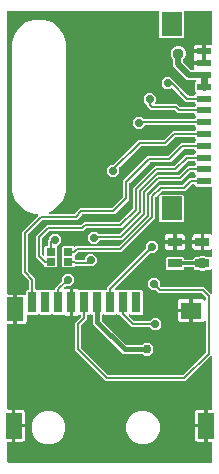
<source format=gtl>
G04 EAGLE Gerber RS-274X export*
G75*
%MOMM*%
%FSLAX34Y34*%
%LPD*%
%INTop Copper*%
%IPPOS*%
%AMOC8*
5,1,8,0,0,1.08239X$1,22.5*%
G01*
%ADD10R,0.800000X1.800000*%
%ADD11R,1.400000X2.000000*%
%ADD12R,1.400000X2.200000*%
%ADD13R,1.800000X1.400000*%
%ADD14R,1.300000X0.600000*%
%ADD15R,1.800000X2.000000*%
%ADD16R,1.200000X0.800000*%
%ADD17R,0.800000X0.650000*%
%ADD18C,0.756400*%
%ADD19C,0.203200*%
%ADD20C,0.706400*%
%ADD21C,0.956400*%
%ADD22C,0.304800*%
%ADD23C,0.609600*%
%ADD24C,0.406400*%
%ADD25C,0.508000*%

G36*
X18282Y148004D02*
X18282Y148004D01*
X18301Y148002D01*
X18403Y148024D01*
X18505Y148041D01*
X18522Y148050D01*
X18542Y148054D01*
X18631Y148107D01*
X18722Y148156D01*
X18736Y148170D01*
X18753Y148180D01*
X18820Y148259D01*
X18891Y148334D01*
X18900Y148352D01*
X18913Y148367D01*
X18952Y148463D01*
X18995Y148557D01*
X18997Y148577D01*
X19005Y148595D01*
X19023Y148762D01*
X19023Y160541D01*
X24834Y160541D01*
X25517Y160358D01*
X25636Y160346D01*
X25753Y160333D01*
X25758Y160334D01*
X25762Y160333D01*
X25877Y160360D01*
X25994Y160385D01*
X25997Y160387D01*
X26001Y160388D01*
X26103Y160450D01*
X26205Y160511D01*
X26208Y160515D01*
X26211Y160517D01*
X26287Y160607D01*
X26365Y160698D01*
X26366Y160702D01*
X26369Y160705D01*
X26412Y160815D01*
X26457Y160926D01*
X26457Y160931D01*
X26459Y160934D01*
X26459Y160948D01*
X26475Y161093D01*
X26475Y163632D01*
X27368Y164525D01*
X28698Y164525D01*
X28718Y164528D01*
X28737Y164526D01*
X28839Y164548D01*
X28941Y164564D01*
X28958Y164574D01*
X28978Y164578D01*
X29067Y164631D01*
X29158Y164680D01*
X29172Y164694D01*
X29189Y164704D01*
X29256Y164783D01*
X29328Y164858D01*
X29336Y164876D01*
X29349Y164891D01*
X29388Y164987D01*
X29431Y165081D01*
X29433Y165101D01*
X29441Y165119D01*
X29459Y165286D01*
X29459Y171632D01*
X29445Y171722D01*
X29437Y171813D01*
X29425Y171843D01*
X29420Y171875D01*
X29377Y171956D01*
X29341Y172040D01*
X29315Y172072D01*
X29304Y172092D01*
X29281Y172115D01*
X29236Y172171D01*
X22959Y178448D01*
X22959Y213552D01*
X24671Y215264D01*
X36560Y227153D01*
X36946Y227539D01*
X36988Y227597D01*
X37037Y227649D01*
X37059Y227697D01*
X37090Y227739D01*
X37111Y227807D01*
X37141Y227873D01*
X37147Y227924D01*
X37162Y227974D01*
X37160Y228046D01*
X37168Y228117D01*
X37157Y228168D01*
X37156Y228220D01*
X37131Y228287D01*
X37116Y228357D01*
X37089Y228402D01*
X37071Y228451D01*
X37026Y228507D01*
X36990Y228568D01*
X36950Y228602D01*
X36918Y228643D01*
X36857Y228682D01*
X36803Y228728D01*
X36754Y228748D01*
X36711Y228776D01*
X36641Y228793D01*
X36575Y228820D01*
X36503Y228828D01*
X36472Y228836D01*
X36449Y228834D01*
X36408Y228839D01*
X33490Y228839D01*
X26814Y231008D01*
X21134Y235134D01*
X17008Y240814D01*
X14839Y247490D01*
X14839Y374510D01*
X17008Y381186D01*
X21134Y386866D01*
X26814Y390992D01*
X33490Y393161D01*
X41510Y393161D01*
X48186Y390992D01*
X53866Y386866D01*
X57992Y381186D01*
X60161Y374510D01*
X60161Y247490D01*
X57992Y240814D01*
X53866Y235134D01*
X48186Y231008D01*
X46159Y230349D01*
X46156Y230348D01*
X46152Y230347D01*
X46047Y230292D01*
X45941Y230237D01*
X45938Y230234D01*
X45935Y230232D01*
X45853Y230146D01*
X45770Y230060D01*
X45768Y230056D01*
X45765Y230054D01*
X45715Y229945D01*
X45664Y229838D01*
X45663Y229834D01*
X45662Y229830D01*
X45648Y229713D01*
X45634Y229594D01*
X45635Y229590D01*
X45634Y229586D01*
X45660Y229469D01*
X45684Y229353D01*
X45686Y229350D01*
X45687Y229346D01*
X45748Y229242D01*
X45808Y229141D01*
X45811Y229138D01*
X45813Y229135D01*
X45904Y229056D01*
X45993Y228979D01*
X45997Y228977D01*
X46000Y228975D01*
X46112Y228930D01*
X46220Y228884D01*
X46224Y228884D01*
X46228Y228883D01*
X46395Y228864D01*
X67456Y228864D01*
X67546Y228879D01*
X67637Y228886D01*
X67667Y228899D01*
X67699Y228904D01*
X67779Y228947D01*
X67863Y228982D01*
X67895Y229008D01*
X67916Y229019D01*
X67938Y229042D01*
X67994Y229087D01*
X72448Y233541D01*
X99132Y233541D01*
X99222Y233555D01*
X99313Y233563D01*
X99343Y233575D01*
X99375Y233580D01*
X99456Y233623D01*
X99540Y233659D01*
X99572Y233685D01*
X99592Y233696D01*
X99615Y233719D01*
X99671Y233764D01*
X108736Y242829D01*
X108789Y242903D01*
X108849Y242973D01*
X108861Y243003D01*
X108880Y243029D01*
X108907Y243116D01*
X108941Y243201D01*
X108945Y243242D01*
X108952Y243264D01*
X108951Y243296D01*
X108959Y243368D01*
X108959Y257052D01*
X129448Y277541D01*
X146632Y277541D01*
X146722Y277555D01*
X146813Y277563D01*
X146843Y277575D01*
X146875Y277580D01*
X146956Y277623D01*
X147040Y277659D01*
X147072Y277685D01*
X147092Y277696D01*
X147115Y277719D01*
X147171Y277764D01*
X157948Y288541D01*
X168714Y288541D01*
X168734Y288544D01*
X168753Y288542D01*
X168855Y288564D01*
X168957Y288580D01*
X168974Y288590D01*
X168994Y288594D01*
X169083Y288647D01*
X169174Y288696D01*
X169188Y288710D01*
X169205Y288720D01*
X169272Y288799D01*
X169344Y288874D01*
X169352Y288892D01*
X169365Y288907D01*
X169404Y289003D01*
X169447Y289097D01*
X169449Y289117D01*
X169457Y289135D01*
X169475Y289302D01*
X169475Y290132D01*
X170305Y290962D01*
X170317Y290978D01*
X170333Y290990D01*
X170389Y291078D01*
X170449Y291161D01*
X170455Y291180D01*
X170466Y291197D01*
X170491Y291298D01*
X170521Y291397D01*
X170521Y291416D01*
X170526Y291436D01*
X170518Y291539D01*
X170515Y291642D01*
X170508Y291661D01*
X170507Y291681D01*
X170466Y291776D01*
X170431Y291873D01*
X170418Y291889D01*
X170410Y291907D01*
X170305Y292038D01*
X169475Y292868D01*
X169475Y293198D01*
X169472Y293218D01*
X169474Y293237D01*
X169452Y293339D01*
X169436Y293441D01*
X169426Y293458D01*
X169422Y293478D01*
X169369Y293567D01*
X169320Y293658D01*
X169306Y293672D01*
X169296Y293689D01*
X169217Y293756D01*
X169142Y293828D01*
X169124Y293836D01*
X169109Y293849D01*
X169013Y293888D01*
X168919Y293931D01*
X168899Y293933D01*
X168881Y293941D01*
X168714Y293959D01*
X153368Y293959D01*
X153278Y293945D01*
X153187Y293937D01*
X153157Y293925D01*
X153125Y293920D01*
X153044Y293877D01*
X152960Y293841D01*
X152928Y293815D01*
X152908Y293804D01*
X152885Y293781D01*
X152829Y293736D01*
X145552Y286459D01*
X124368Y286459D01*
X124278Y286445D01*
X124187Y286437D01*
X124157Y286425D01*
X124125Y286420D01*
X124044Y286377D01*
X123960Y286341D01*
X123928Y286315D01*
X123908Y286304D01*
X123885Y286281D01*
X123829Y286236D01*
X105780Y268187D01*
X105727Y268113D01*
X105667Y268043D01*
X105655Y268013D01*
X105636Y267987D01*
X105609Y267900D01*
X105575Y267815D01*
X105571Y267774D01*
X105564Y267752D01*
X105565Y267720D01*
X105557Y267648D01*
X105557Y263405D01*
X102595Y260443D01*
X98405Y260443D01*
X95443Y263405D01*
X95443Y267595D01*
X98405Y270557D01*
X100648Y270557D01*
X100738Y270571D01*
X100829Y270579D01*
X100859Y270591D01*
X100891Y270596D01*
X100972Y270639D01*
X101056Y270675D01*
X101088Y270701D01*
X101108Y270712D01*
X101131Y270735D01*
X101187Y270780D01*
X121948Y291541D01*
X143132Y291541D01*
X143222Y291555D01*
X143313Y291563D01*
X143343Y291575D01*
X143375Y291580D01*
X143456Y291623D01*
X143540Y291659D01*
X143572Y291685D01*
X143592Y291696D01*
X143615Y291719D01*
X143671Y291764D01*
X150948Y299041D01*
X168714Y299041D01*
X168734Y299044D01*
X168753Y299042D01*
X168855Y299064D01*
X168957Y299080D01*
X168974Y299090D01*
X168994Y299094D01*
X169083Y299147D01*
X169174Y299196D01*
X169188Y299210D01*
X169205Y299220D01*
X169272Y299299D01*
X169344Y299374D01*
X169352Y299392D01*
X169365Y299407D01*
X169404Y299503D01*
X169447Y299597D01*
X169449Y299617D01*
X169457Y299635D01*
X169475Y299802D01*
X169475Y300132D01*
X170305Y300962D01*
X170317Y300978D01*
X170333Y300990D01*
X170389Y301078D01*
X170449Y301161D01*
X170455Y301180D01*
X170466Y301197D01*
X170491Y301298D01*
X170521Y301397D01*
X170521Y301416D01*
X170526Y301436D01*
X170518Y301539D01*
X170515Y301642D01*
X170508Y301661D01*
X170507Y301681D01*
X170466Y301776D01*
X170431Y301873D01*
X170418Y301889D01*
X170410Y301907D01*
X170305Y302038D01*
X169475Y302868D01*
X169475Y303198D01*
X169472Y303218D01*
X169474Y303237D01*
X169452Y303339D01*
X169436Y303441D01*
X169426Y303458D01*
X169422Y303478D01*
X169369Y303567D01*
X169320Y303658D01*
X169306Y303672D01*
X169296Y303689D01*
X169217Y303756D01*
X169142Y303828D01*
X169124Y303836D01*
X169109Y303849D01*
X169013Y303888D01*
X168919Y303931D01*
X168899Y303933D01*
X168881Y303941D01*
X168714Y303959D01*
X127926Y303959D01*
X127836Y303945D01*
X127745Y303937D01*
X127715Y303925D01*
X127683Y303920D01*
X127602Y303877D01*
X127519Y303841D01*
X127486Y303815D01*
X127466Y303804D01*
X127444Y303781D01*
X127388Y303736D01*
X124595Y300943D01*
X120405Y300943D01*
X117443Y303905D01*
X117443Y308095D01*
X120405Y311057D01*
X124595Y311057D01*
X126388Y309264D01*
X126462Y309211D01*
X126531Y309151D01*
X126561Y309139D01*
X126587Y309120D01*
X126674Y309093D01*
X126759Y309059D01*
X126800Y309055D01*
X126822Y309048D01*
X126855Y309049D01*
X126926Y309041D01*
X168714Y309041D01*
X168734Y309044D01*
X168753Y309042D01*
X168855Y309064D01*
X168957Y309080D01*
X168974Y309090D01*
X168994Y309094D01*
X169083Y309147D01*
X169174Y309196D01*
X169188Y309210D01*
X169205Y309220D01*
X169272Y309299D01*
X169344Y309374D01*
X169352Y309392D01*
X169365Y309407D01*
X169404Y309503D01*
X169447Y309597D01*
X169449Y309617D01*
X169457Y309635D01*
X169475Y309802D01*
X169475Y310132D01*
X170305Y310962D01*
X170317Y310978D01*
X170333Y310990D01*
X170389Y311078D01*
X170449Y311161D01*
X170455Y311180D01*
X170466Y311197D01*
X170491Y311298D01*
X170521Y311397D01*
X170521Y311416D01*
X170526Y311436D01*
X170518Y311538D01*
X170515Y311642D01*
X170508Y311661D01*
X170507Y311681D01*
X170466Y311776D01*
X170431Y311873D01*
X170418Y311889D01*
X170410Y311907D01*
X170305Y312038D01*
X169475Y312868D01*
X169475Y313198D01*
X169472Y313218D01*
X169474Y313237D01*
X169452Y313339D01*
X169436Y313441D01*
X169426Y313458D01*
X169422Y313478D01*
X169369Y313567D01*
X169320Y313658D01*
X169306Y313672D01*
X169296Y313689D01*
X169217Y313756D01*
X169142Y313828D01*
X169124Y313836D01*
X169109Y313849D01*
X169013Y313888D01*
X168919Y313931D01*
X168899Y313933D01*
X168881Y313941D01*
X168714Y313959D01*
X155448Y313959D01*
X152671Y316736D01*
X152597Y316789D01*
X152527Y316849D01*
X152497Y316861D01*
X152471Y316880D01*
X152384Y316907D01*
X152299Y316941D01*
X152258Y316945D01*
X152236Y316952D01*
X152204Y316951D01*
X152132Y316959D01*
X131948Y316959D01*
X128709Y320198D01*
X128709Y320824D01*
X128695Y320914D01*
X128687Y321005D01*
X128675Y321035D01*
X128670Y321067D01*
X128627Y321148D01*
X128591Y321231D01*
X128565Y321264D01*
X128554Y321284D01*
X128531Y321306D01*
X128486Y321362D01*
X126193Y323655D01*
X126193Y327845D01*
X129155Y330807D01*
X133345Y330807D01*
X136307Y327845D01*
X136307Y323655D01*
X135992Y323340D01*
X135950Y323282D01*
X135900Y323230D01*
X135878Y323183D01*
X135848Y323141D01*
X135827Y323072D01*
X135797Y323007D01*
X135791Y322955D01*
X135776Y322905D01*
X135778Y322834D01*
X135770Y322763D01*
X135781Y322712D01*
X135782Y322660D01*
X135807Y322592D01*
X135822Y322522D01*
X135849Y322477D01*
X135866Y322429D01*
X135911Y322373D01*
X135948Y322311D01*
X135988Y322277D01*
X136020Y322237D01*
X136080Y322198D01*
X136135Y322151D01*
X136183Y322132D01*
X136227Y322104D01*
X136296Y322086D01*
X136363Y322059D01*
X136434Y322051D01*
X136466Y322043D01*
X136489Y322045D01*
X136530Y322041D01*
X154552Y322041D01*
X157329Y319264D01*
X157403Y319211D01*
X157473Y319151D01*
X157503Y319139D01*
X157529Y319120D01*
X157616Y319093D01*
X157701Y319059D01*
X157742Y319055D01*
X157764Y319048D01*
X157796Y319049D01*
X157868Y319041D01*
X168714Y319041D01*
X168734Y319044D01*
X168753Y319042D01*
X168855Y319064D01*
X168957Y319080D01*
X168974Y319090D01*
X168994Y319094D01*
X169083Y319147D01*
X169174Y319196D01*
X169188Y319210D01*
X169205Y319220D01*
X169272Y319299D01*
X169344Y319374D01*
X169352Y319392D01*
X169365Y319407D01*
X169404Y319503D01*
X169447Y319597D01*
X169449Y319617D01*
X169457Y319635D01*
X169475Y319802D01*
X169475Y320132D01*
X170305Y320962D01*
X170317Y320978D01*
X170333Y320990D01*
X170389Y321078D01*
X170449Y321161D01*
X170455Y321180D01*
X170466Y321197D01*
X170491Y321298D01*
X170521Y321397D01*
X170521Y321416D01*
X170526Y321436D01*
X170518Y321539D01*
X170515Y321642D01*
X170508Y321661D01*
X170507Y321681D01*
X170466Y321776D01*
X170431Y321873D01*
X170418Y321889D01*
X170410Y321907D01*
X170305Y322038D01*
X169475Y322868D01*
X169475Y323198D01*
X169472Y323218D01*
X169474Y323237D01*
X169452Y323339D01*
X169436Y323441D01*
X169426Y323458D01*
X169422Y323478D01*
X169369Y323567D01*
X169320Y323658D01*
X169306Y323672D01*
X169296Y323689D01*
X169217Y323756D01*
X169142Y323828D01*
X169124Y323836D01*
X169109Y323849D01*
X169013Y323888D01*
X168919Y323931D01*
X168899Y323933D01*
X168881Y323941D01*
X168714Y323959D01*
X161948Y323959D01*
X150567Y335340D01*
X150551Y335351D01*
X150539Y335367D01*
X150452Y335423D01*
X150368Y335483D01*
X150349Y335489D01*
X150332Y335500D01*
X150231Y335525D01*
X150133Y335555D01*
X150113Y335555D01*
X150093Y335560D01*
X149990Y335552D01*
X149887Y335549D01*
X149868Y335542D01*
X149848Y335541D01*
X149753Y335500D01*
X149656Y335465D01*
X149640Y335452D01*
X149622Y335444D01*
X149491Y335340D01*
X148595Y334443D01*
X144405Y334443D01*
X141443Y337405D01*
X141443Y341595D01*
X144405Y344557D01*
X148595Y344557D01*
X151651Y341500D01*
X151675Y341444D01*
X151701Y341412D01*
X151712Y341392D01*
X151735Y341369D01*
X151780Y341313D01*
X163829Y329264D01*
X163903Y329211D01*
X163973Y329151D01*
X164003Y329139D01*
X164029Y329120D01*
X164116Y329093D01*
X164201Y329059D01*
X164242Y329055D01*
X164264Y329048D01*
X164296Y329049D01*
X164368Y329041D01*
X168714Y329041D01*
X168734Y329044D01*
X168753Y329042D01*
X168855Y329064D01*
X168957Y329080D01*
X168974Y329090D01*
X168994Y329094D01*
X169083Y329147D01*
X169174Y329196D01*
X169188Y329210D01*
X169205Y329220D01*
X169272Y329299D01*
X169344Y329374D01*
X169352Y329392D01*
X169365Y329407D01*
X169404Y329503D01*
X169447Y329597D01*
X169449Y329617D01*
X169457Y329635D01*
X169475Y329802D01*
X169475Y330132D01*
X170305Y330962D01*
X170317Y330978D01*
X170333Y330990D01*
X170389Y331078D01*
X170449Y331161D01*
X170455Y331180D01*
X170466Y331197D01*
X170491Y331298D01*
X170521Y331397D01*
X170521Y331416D01*
X170526Y331436D01*
X170518Y331539D01*
X170515Y331642D01*
X170508Y331661D01*
X170507Y331681D01*
X170466Y331776D01*
X170431Y331873D01*
X170418Y331889D01*
X170410Y331907D01*
X170305Y332038D01*
X169475Y332868D01*
X169475Y340132D01*
X170305Y340962D01*
X170317Y340978D01*
X170333Y340990D01*
X170389Y341078D01*
X170449Y341161D01*
X170455Y341180D01*
X170466Y341197D01*
X170491Y341298D01*
X170521Y341397D01*
X170521Y341416D01*
X170526Y341436D01*
X170518Y341539D01*
X170515Y341642D01*
X170508Y341661D01*
X170507Y341681D01*
X170466Y341776D01*
X170431Y341873D01*
X170418Y341889D01*
X170410Y341907D01*
X170305Y342038D01*
X170131Y342212D01*
X170057Y342265D01*
X169988Y342325D01*
X169958Y342337D01*
X169932Y342356D01*
X169845Y342383D01*
X169760Y342417D01*
X169719Y342421D01*
X169697Y342428D01*
X169664Y342427D01*
X169593Y342435D01*
X162816Y342435D01*
X151435Y353816D01*
X151435Y359330D01*
X151421Y359420D01*
X151413Y359511D01*
X151401Y359541D01*
X151396Y359573D01*
X151353Y359654D01*
X151317Y359738D01*
X151291Y359770D01*
X151280Y359790D01*
X151257Y359813D01*
X151212Y359869D01*
X150153Y360927D01*
X149193Y363246D01*
X149193Y365754D01*
X150153Y368073D01*
X151927Y369847D01*
X154246Y370807D01*
X156754Y370807D01*
X159073Y369847D01*
X160847Y368073D01*
X161807Y365754D01*
X161807Y363246D01*
X160847Y360927D01*
X159788Y359869D01*
X159735Y359795D01*
X159675Y359725D01*
X159663Y359695D01*
X159644Y359669D01*
X159617Y359582D01*
X159583Y359497D01*
X159579Y359456D01*
X159572Y359434D01*
X159573Y359402D01*
X159565Y359330D01*
X159565Y357499D01*
X159579Y357409D01*
X159587Y357318D01*
X159599Y357288D01*
X159604Y357256D01*
X159647Y357176D01*
X159683Y357092D01*
X159709Y357060D01*
X159720Y357039D01*
X159743Y357017D01*
X159788Y356961D01*
X165961Y350788D01*
X166035Y350735D01*
X166104Y350675D01*
X166134Y350663D01*
X166160Y350644D01*
X166247Y350617D01*
X166332Y350583D01*
X166373Y350579D01*
X166396Y350572D01*
X166428Y350573D01*
X166499Y350565D01*
X168504Y350565D01*
X168575Y350576D01*
X168647Y350578D01*
X168696Y350596D01*
X168747Y350604D01*
X168810Y350638D01*
X168878Y350663D01*
X168918Y350695D01*
X168964Y350720D01*
X169014Y350772D01*
X169070Y350816D01*
X169098Y350860D01*
X169134Y350898D01*
X169164Y350963D01*
X169203Y351023D01*
X169216Y351074D01*
X169237Y351121D01*
X169245Y351192D01*
X169263Y351262D01*
X169259Y351314D01*
X169265Y351365D01*
X169249Y351436D01*
X169244Y351507D01*
X169223Y351555D01*
X169212Y351606D01*
X169175Y351667D01*
X169147Y351733D01*
X169103Y351789D01*
X169086Y351817D01*
X169068Y351832D01*
X169043Y351864D01*
X168967Y351940D01*
X168632Y352519D01*
X168459Y353166D01*
X168459Y355001D01*
X176762Y355001D01*
X176781Y355004D01*
X176801Y355002D01*
X176903Y355024D01*
X177005Y355040D01*
X177022Y355050D01*
X177042Y355054D01*
X177131Y355107D01*
X177222Y355156D01*
X177236Y355170D01*
X177253Y355180D01*
X177320Y355259D01*
X177391Y355334D01*
X177400Y355352D01*
X177413Y355367D01*
X177451Y355463D01*
X177495Y355557D01*
X177497Y355577D01*
X177505Y355595D01*
X177523Y355762D01*
X177523Y356477D01*
X178238Y356477D01*
X178258Y356480D01*
X178277Y356478D01*
X178379Y356500D01*
X178481Y356517D01*
X178498Y356526D01*
X178518Y356530D01*
X178607Y356583D01*
X178698Y356632D01*
X178712Y356646D01*
X178729Y356656D01*
X178796Y356735D01*
X178868Y356810D01*
X178876Y356828D01*
X178889Y356843D01*
X178928Y356940D01*
X178971Y357033D01*
X178973Y357053D01*
X178981Y357071D01*
X178999Y357238D01*
X178999Y365762D01*
X178996Y365781D01*
X178998Y365801D01*
X178976Y365903D01*
X178960Y366005D01*
X178950Y366022D01*
X178946Y366042D01*
X178893Y366131D01*
X178844Y366222D01*
X178830Y366236D01*
X178820Y366253D01*
X178741Y366320D01*
X178666Y366391D01*
X178648Y366400D01*
X178633Y366413D01*
X178537Y366451D01*
X178443Y366495D01*
X178423Y366497D01*
X178405Y366504D01*
X178481Y366517D01*
X178498Y366526D01*
X178518Y366530D01*
X178607Y366583D01*
X178698Y366632D01*
X178712Y366646D01*
X178729Y366656D01*
X178796Y366735D01*
X178868Y366810D01*
X178876Y366828D01*
X178889Y366843D01*
X178928Y366940D01*
X178971Y367033D01*
X178973Y367053D01*
X178981Y367071D01*
X178999Y367238D01*
X178999Y372041D01*
X183578Y372041D01*
X183598Y372044D01*
X183617Y372042D01*
X183719Y372064D01*
X183821Y372080D01*
X183838Y372090D01*
X183858Y372094D01*
X183947Y372147D01*
X184038Y372196D01*
X184052Y372210D01*
X184069Y372220D01*
X184136Y372299D01*
X184207Y372374D01*
X184216Y372392D01*
X184229Y372407D01*
X184268Y372503D01*
X184311Y372597D01*
X184313Y372617D01*
X184321Y372635D01*
X184339Y372802D01*
X184339Y400078D01*
X184336Y400098D01*
X184338Y400117D01*
X184316Y400219D01*
X184299Y400321D01*
X184290Y400338D01*
X184286Y400358D01*
X184233Y400447D01*
X184184Y400538D01*
X184170Y400552D01*
X184160Y400569D01*
X184081Y400636D01*
X184006Y400707D01*
X183988Y400716D01*
X183973Y400729D01*
X183877Y400768D01*
X183783Y400811D01*
X183763Y400813D01*
X183745Y400821D01*
X183578Y400839D01*
X161286Y400839D01*
X161266Y400836D01*
X161247Y400838D01*
X161145Y400816D01*
X161043Y400799D01*
X161026Y400790D01*
X161006Y400786D01*
X160917Y400733D01*
X160826Y400684D01*
X160812Y400670D01*
X160795Y400660D01*
X160728Y400581D01*
X160656Y400506D01*
X160648Y400488D01*
X160635Y400473D01*
X160596Y400377D01*
X160553Y400283D01*
X160551Y400263D01*
X160543Y400245D01*
X160525Y400078D01*
X160525Y378868D01*
X159632Y377975D01*
X140368Y377975D01*
X139475Y378868D01*
X139475Y400078D01*
X139472Y400098D01*
X139474Y400117D01*
X139452Y400219D01*
X139436Y400321D01*
X139426Y400338D01*
X139422Y400358D01*
X139369Y400447D01*
X139320Y400538D01*
X139306Y400552D01*
X139296Y400569D01*
X139217Y400636D01*
X139142Y400707D01*
X139124Y400716D01*
X139109Y400729D01*
X139013Y400768D01*
X138919Y400811D01*
X138899Y400813D01*
X138881Y400821D01*
X138714Y400839D01*
X11422Y400839D01*
X11402Y400836D01*
X11383Y400838D01*
X11281Y400816D01*
X11179Y400799D01*
X11162Y400790D01*
X11142Y400786D01*
X11053Y400733D01*
X10962Y400684D01*
X10948Y400670D01*
X10931Y400660D01*
X10864Y400581D01*
X10793Y400506D01*
X10784Y400488D01*
X10771Y400473D01*
X10732Y400377D01*
X10689Y400283D01*
X10687Y400263D01*
X10679Y400245D01*
X10661Y400078D01*
X10661Y161302D01*
X10664Y161282D01*
X10662Y161263D01*
X10684Y161161D01*
X10701Y161059D01*
X10710Y161042D01*
X10714Y161022D01*
X10767Y160933D01*
X10816Y160842D01*
X10830Y160828D01*
X10840Y160811D01*
X10919Y160744D01*
X10994Y160672D01*
X11012Y160664D01*
X11027Y160651D01*
X11123Y160612D01*
X11217Y160569D01*
X11237Y160567D01*
X11255Y160559D01*
X11422Y160541D01*
X15977Y160541D01*
X15977Y148762D01*
X15980Y148742D01*
X15978Y148723D01*
X16000Y148621D01*
X16017Y148519D01*
X16026Y148502D01*
X16030Y148482D01*
X16083Y148393D01*
X16132Y148302D01*
X16146Y148288D01*
X16156Y148271D01*
X16235Y148204D01*
X16310Y148133D01*
X16328Y148124D01*
X16343Y148111D01*
X16439Y148072D01*
X16533Y148029D01*
X16553Y148027D01*
X16571Y148019D01*
X16738Y148001D01*
X18262Y148001D01*
X18282Y148004D01*
G37*
G36*
X178329Y18161D02*
X178329Y18161D01*
X183578Y18161D01*
X183598Y18164D01*
X183617Y18162D01*
X183719Y18184D01*
X183821Y18201D01*
X183838Y18210D01*
X183858Y18215D01*
X183947Y18268D01*
X184038Y18316D01*
X184052Y18330D01*
X184069Y18341D01*
X184136Y18419D01*
X184207Y18494D01*
X184216Y18512D01*
X184229Y18528D01*
X184268Y18624D01*
X184311Y18717D01*
X184313Y18737D01*
X184321Y18756D01*
X184339Y18922D01*
X184339Y35198D01*
X184336Y35218D01*
X184338Y35237D01*
X184316Y35339D01*
X184299Y35441D01*
X184290Y35458D01*
X184286Y35478D01*
X184233Y35567D01*
X184184Y35658D01*
X184170Y35672D01*
X184160Y35689D01*
X184081Y35756D01*
X184006Y35828D01*
X183988Y35836D01*
X183973Y35849D01*
X183877Y35888D01*
X183783Y35931D01*
X183763Y35933D01*
X183745Y35941D01*
X183578Y35959D01*
X180523Y35959D01*
X180523Y48738D01*
X180520Y48758D01*
X180522Y48777D01*
X180500Y48879D01*
X180483Y48981D01*
X180474Y48998D01*
X180470Y49018D01*
X180417Y49107D01*
X180368Y49198D01*
X180354Y49212D01*
X180344Y49229D01*
X180265Y49296D01*
X180190Y49367D01*
X180172Y49376D01*
X180157Y49389D01*
X180061Y49428D01*
X179967Y49471D01*
X179947Y49473D01*
X179929Y49481D01*
X179762Y49499D01*
X178999Y49499D01*
X178999Y49501D01*
X179762Y49501D01*
X179782Y49504D01*
X179801Y49502D01*
X179903Y49524D01*
X180005Y49541D01*
X180022Y49550D01*
X180042Y49554D01*
X180131Y49607D01*
X180222Y49656D01*
X180236Y49670D01*
X180253Y49680D01*
X180320Y49759D01*
X180391Y49834D01*
X180400Y49852D01*
X180413Y49867D01*
X180452Y49963D01*
X180495Y50057D01*
X180497Y50077D01*
X180505Y50095D01*
X180523Y50262D01*
X180523Y63041D01*
X183578Y63041D01*
X183598Y63044D01*
X183617Y63042D01*
X183719Y63064D01*
X183821Y63080D01*
X183838Y63090D01*
X183858Y63094D01*
X183947Y63147D01*
X184038Y63196D01*
X184052Y63210D01*
X184069Y63220D01*
X184136Y63299D01*
X184207Y63374D01*
X184216Y63392D01*
X184229Y63407D01*
X184268Y63503D01*
X184311Y63597D01*
X184313Y63617D01*
X184321Y63635D01*
X184339Y63802D01*
X184339Y107908D01*
X184328Y107979D01*
X184326Y108051D01*
X184308Y108100D01*
X184299Y108151D01*
X184266Y108214D01*
X184241Y108282D01*
X184209Y108322D01*
X184184Y108368D01*
X184132Y108418D01*
X184088Y108474D01*
X184044Y108502D01*
X184006Y108538D01*
X183941Y108568D01*
X183881Y108607D01*
X183830Y108619D01*
X183783Y108641D01*
X183712Y108649D01*
X183642Y108667D01*
X183590Y108663D01*
X183538Y108668D01*
X183468Y108653D01*
X183397Y108648D01*
X183349Y108627D01*
X183298Y108616D01*
X183236Y108579D01*
X183171Y108551D01*
X183115Y108507D01*
X183087Y108490D01*
X183072Y108472D01*
X183040Y108447D01*
X161552Y86959D01*
X93948Y86959D01*
X67959Y112948D01*
X67959Y136552D01*
X73236Y141829D01*
X73289Y141903D01*
X73349Y141973D01*
X73361Y142003D01*
X73380Y142029D01*
X73407Y142116D01*
X73441Y142201D01*
X73445Y142242D01*
X73452Y142264D01*
X73451Y142296D01*
X73459Y142368D01*
X73459Y142714D01*
X73456Y142734D01*
X73458Y142753D01*
X73436Y142855D01*
X73420Y142957D01*
X73410Y142974D01*
X73406Y142994D01*
X73353Y143083D01*
X73304Y143174D01*
X73290Y143188D01*
X73280Y143205D01*
X73201Y143272D01*
X73126Y143344D01*
X73108Y143352D01*
X73093Y143365D01*
X72997Y143404D01*
X72903Y143447D01*
X72883Y143449D01*
X72865Y143457D01*
X72698Y143475D01*
X71384Y143475D01*
X71294Y143461D01*
X71203Y143453D01*
X71173Y143441D01*
X71141Y143436D01*
X71060Y143393D01*
X70976Y143357D01*
X70944Y143331D01*
X70924Y143320D01*
X70901Y143297D01*
X70845Y143252D01*
X70560Y142967D01*
X69981Y142632D01*
X69334Y142459D01*
X66523Y142459D01*
X66523Y153238D01*
X66520Y153258D01*
X66522Y153277D01*
X66500Y153379D01*
X66483Y153481D01*
X66474Y153498D01*
X66470Y153518D01*
X66417Y153607D01*
X66368Y153698D01*
X66354Y153712D01*
X66344Y153729D01*
X66265Y153796D01*
X66190Y153867D01*
X66172Y153876D01*
X66157Y153889D01*
X66061Y153928D01*
X65967Y153971D01*
X65947Y153973D01*
X65929Y153981D01*
X65762Y153999D01*
X64238Y153999D01*
X64218Y153996D01*
X64199Y153998D01*
X64097Y153976D01*
X63995Y153959D01*
X63978Y153950D01*
X63958Y153946D01*
X63869Y153893D01*
X63778Y153844D01*
X63764Y153830D01*
X63747Y153820D01*
X63680Y153741D01*
X63609Y153666D01*
X63600Y153648D01*
X63587Y153633D01*
X63548Y153537D01*
X63505Y153443D01*
X63503Y153423D01*
X63495Y153405D01*
X63477Y153238D01*
X63477Y142459D01*
X60666Y142459D01*
X60019Y142632D01*
X59440Y142967D01*
X59155Y143252D01*
X59081Y143305D01*
X59011Y143365D01*
X58981Y143377D01*
X58955Y143396D01*
X58868Y143423D01*
X58783Y143457D01*
X58742Y143461D01*
X58720Y143468D01*
X58688Y143467D01*
X58616Y143475D01*
X49368Y143475D01*
X49038Y143805D01*
X49022Y143817D01*
X49010Y143833D01*
X48923Y143889D01*
X48839Y143949D01*
X48820Y143955D01*
X48803Y143966D01*
X48702Y143991D01*
X48603Y144021D01*
X48584Y144021D01*
X48564Y144026D01*
X48461Y144018D01*
X48358Y144015D01*
X48339Y144008D01*
X48319Y144007D01*
X48224Y143966D01*
X48127Y143931D01*
X48111Y143918D01*
X48093Y143910D01*
X47962Y143805D01*
X47632Y143475D01*
X38368Y143475D01*
X38038Y143805D01*
X38022Y143817D01*
X38010Y143833D01*
X37923Y143889D01*
X37839Y143949D01*
X37820Y143955D01*
X37803Y143966D01*
X37702Y143991D01*
X37603Y144021D01*
X37584Y144021D01*
X37564Y144026D01*
X37461Y144018D01*
X37358Y144015D01*
X37339Y144008D01*
X37319Y144007D01*
X37224Y143966D01*
X37127Y143931D01*
X37111Y143918D01*
X37093Y143910D01*
X36962Y143805D01*
X36632Y143475D01*
X27802Y143475D01*
X27782Y143472D01*
X27763Y143474D01*
X27661Y143452D01*
X27559Y143436D01*
X27542Y143426D01*
X27522Y143422D01*
X27433Y143369D01*
X27342Y143320D01*
X27328Y143306D01*
X27311Y143296D01*
X27244Y143217D01*
X27172Y143142D01*
X27164Y143124D01*
X27151Y143109D01*
X27112Y143013D01*
X27069Y142919D01*
X27067Y142899D01*
X27059Y142881D01*
X27041Y142714D01*
X27041Y137666D01*
X26868Y137019D01*
X26533Y136440D01*
X26060Y135967D01*
X25481Y135632D01*
X24834Y135459D01*
X19023Y135459D01*
X19023Y147238D01*
X19020Y147258D01*
X19022Y147277D01*
X19000Y147379D01*
X18983Y147481D01*
X18974Y147498D01*
X18970Y147518D01*
X18917Y147607D01*
X18868Y147698D01*
X18854Y147712D01*
X18844Y147729D01*
X18765Y147796D01*
X18690Y147867D01*
X18672Y147876D01*
X18657Y147889D01*
X18561Y147928D01*
X18467Y147971D01*
X18447Y147973D01*
X18429Y147981D01*
X18262Y147999D01*
X16738Y147999D01*
X16718Y147996D01*
X16699Y147998D01*
X16597Y147976D01*
X16495Y147959D01*
X16478Y147950D01*
X16458Y147946D01*
X16369Y147893D01*
X16278Y147844D01*
X16264Y147830D01*
X16247Y147820D01*
X16180Y147741D01*
X16109Y147666D01*
X16100Y147648D01*
X16087Y147633D01*
X16048Y147537D01*
X16005Y147443D01*
X16003Y147423D01*
X15995Y147405D01*
X15977Y147238D01*
X15977Y135459D01*
X11422Y135459D01*
X11402Y135456D01*
X11383Y135458D01*
X11281Y135436D01*
X11179Y135420D01*
X11162Y135410D01*
X11142Y135406D01*
X11053Y135353D01*
X10962Y135304D01*
X10948Y135290D01*
X10931Y135280D01*
X10864Y135201D01*
X10792Y135126D01*
X10784Y135108D01*
X10771Y135093D01*
X10732Y134997D01*
X10689Y134903D01*
X10687Y134883D01*
X10679Y134865D01*
X10661Y134698D01*
X10661Y63802D01*
X10664Y63782D01*
X10662Y63763D01*
X10684Y63661D01*
X10700Y63559D01*
X10710Y63542D01*
X10714Y63522D01*
X10767Y63433D01*
X10816Y63342D01*
X10830Y63328D01*
X10840Y63311D01*
X10919Y63244D01*
X10994Y63172D01*
X11012Y63164D01*
X11027Y63151D01*
X11123Y63112D01*
X11217Y63069D01*
X11237Y63067D01*
X11255Y63059D01*
X11422Y63041D01*
X14477Y63041D01*
X14477Y50262D01*
X14480Y50242D01*
X14478Y50223D01*
X14500Y50121D01*
X14517Y50019D01*
X14526Y50002D01*
X14530Y49982D01*
X14583Y49893D01*
X14632Y49802D01*
X14646Y49788D01*
X14656Y49771D01*
X14735Y49704D01*
X14810Y49633D01*
X14828Y49624D01*
X14843Y49611D01*
X14939Y49572D01*
X15033Y49529D01*
X15053Y49527D01*
X15071Y49519D01*
X15238Y49501D01*
X16001Y49501D01*
X16001Y49499D01*
X15238Y49499D01*
X15218Y49496D01*
X15199Y49498D01*
X15097Y49476D01*
X14995Y49459D01*
X14978Y49450D01*
X14958Y49446D01*
X14869Y49393D01*
X14778Y49344D01*
X14764Y49330D01*
X14747Y49320D01*
X14680Y49241D01*
X14609Y49166D01*
X14600Y49148D01*
X14587Y49133D01*
X14548Y49037D01*
X14505Y48943D01*
X14503Y48923D01*
X14495Y48905D01*
X14477Y48738D01*
X14477Y35959D01*
X11422Y35959D01*
X11402Y35956D01*
X11383Y35958D01*
X11281Y35936D01*
X11179Y35920D01*
X11162Y35910D01*
X11142Y35906D01*
X11053Y35853D01*
X10962Y35804D01*
X10948Y35790D01*
X10931Y35780D01*
X10864Y35701D01*
X10792Y35626D01*
X10784Y35608D01*
X10771Y35593D01*
X10732Y35497D01*
X10689Y35403D01*
X10687Y35383D01*
X10679Y35365D01*
X10661Y35198D01*
X10661Y20173D01*
X10661Y20172D01*
X10661Y18922D01*
X10664Y18902D01*
X10662Y18883D01*
X10684Y18781D01*
X10701Y18679D01*
X10710Y18662D01*
X10714Y18642D01*
X10767Y18553D01*
X10816Y18462D01*
X10830Y18448D01*
X10840Y18431D01*
X10919Y18364D01*
X10994Y18293D01*
X11012Y18284D01*
X11027Y18271D01*
X11123Y18232D01*
X11217Y18189D01*
X11237Y18187D01*
X11255Y18179D01*
X11422Y18161D01*
X12672Y18161D01*
X12673Y18161D01*
X178326Y18161D01*
X178329Y18161D01*
G37*
G36*
X159222Y92055D02*
X159222Y92055D01*
X159313Y92063D01*
X159343Y92075D01*
X159375Y92080D01*
X159456Y92123D01*
X159540Y92159D01*
X159572Y92185D01*
X159592Y92196D01*
X159615Y92219D01*
X159671Y92264D01*
X178560Y111153D01*
X178613Y111227D01*
X178673Y111297D01*
X178685Y111327D01*
X178704Y111353D01*
X178731Y111440D01*
X178765Y111525D01*
X178769Y111566D01*
X178776Y111588D01*
X178775Y111620D01*
X178783Y111692D01*
X178783Y137852D01*
X178772Y137923D01*
X178770Y137995D01*
X178752Y138044D01*
X178743Y138095D01*
X178710Y138158D01*
X178685Y138226D01*
X178653Y138266D01*
X178628Y138312D01*
X178576Y138362D01*
X178532Y138418D01*
X178488Y138446D01*
X178450Y138482D01*
X178385Y138512D01*
X178325Y138551D01*
X178274Y138563D01*
X178227Y138585D01*
X178156Y138593D01*
X178086Y138611D01*
X178034Y138607D01*
X177982Y138612D01*
X177912Y138597D01*
X177841Y138592D01*
X177793Y138571D01*
X177742Y138560D01*
X177681Y138523D01*
X177615Y138495D01*
X177559Y138451D01*
X177531Y138434D01*
X177516Y138416D01*
X177484Y138391D01*
X177060Y137967D01*
X176481Y137632D01*
X175834Y137459D01*
X168023Y137459D01*
X168023Y146238D01*
X168020Y146258D01*
X168022Y146277D01*
X168000Y146379D01*
X167983Y146481D01*
X167974Y146498D01*
X167970Y146518D01*
X167917Y146607D01*
X167868Y146698D01*
X167854Y146712D01*
X167844Y146729D01*
X167765Y146796D01*
X167690Y146867D01*
X167672Y146876D01*
X167657Y146889D01*
X167561Y146928D01*
X167467Y146971D01*
X167447Y146973D01*
X167429Y146981D01*
X167262Y146999D01*
X166499Y146999D01*
X166499Y147001D01*
X167262Y147001D01*
X167282Y147004D01*
X167301Y147002D01*
X167403Y147024D01*
X167505Y147041D01*
X167522Y147050D01*
X167542Y147054D01*
X167631Y147107D01*
X167722Y147156D01*
X167736Y147170D01*
X167753Y147180D01*
X167820Y147259D01*
X167891Y147334D01*
X167900Y147352D01*
X167913Y147367D01*
X167952Y147463D01*
X167995Y147557D01*
X167997Y147577D01*
X168005Y147595D01*
X168023Y147762D01*
X168023Y156541D01*
X175834Y156541D01*
X176481Y156368D01*
X177060Y156033D01*
X177484Y155609D01*
X177542Y155568D01*
X177594Y155518D01*
X177641Y155496D01*
X177683Y155466D01*
X177752Y155445D01*
X177817Y155415D01*
X177869Y155409D01*
X177918Y155394D01*
X177990Y155395D01*
X178061Y155388D01*
X178112Y155399D01*
X178164Y155400D01*
X178232Y155425D01*
X178302Y155440D01*
X178346Y155466D01*
X178395Y155484D01*
X178451Y155529D01*
X178513Y155566D01*
X178547Y155606D01*
X178587Y155638D01*
X178626Y155698D01*
X178673Y155753D01*
X178692Y155801D01*
X178720Y155845D01*
X178738Y155914D01*
X178765Y155981D01*
X178773Y156052D01*
X178780Y156083D01*
X178779Y156107D01*
X178783Y156148D01*
X178783Y158132D01*
X178768Y158222D01*
X178761Y158313D01*
X178749Y158343D01*
X178743Y158375D01*
X178701Y158456D01*
X178665Y158540D01*
X178639Y158572D01*
X178628Y158592D01*
X178605Y158615D01*
X178560Y158671D01*
X175494Y161736D01*
X175421Y161789D01*
X175351Y161849D01*
X175321Y161861D01*
X175295Y161880D01*
X175208Y161907D01*
X175123Y161941D01*
X175082Y161945D01*
X175060Y161952D01*
X175027Y161951D01*
X174956Y161959D01*
X138948Y161959D01*
X136687Y164220D01*
X136613Y164273D01*
X136543Y164333D01*
X136513Y164345D01*
X136487Y164364D01*
X136400Y164391D01*
X136315Y164425D01*
X136274Y164429D01*
X136252Y164436D01*
X136220Y164435D01*
X136148Y164443D01*
X132905Y164443D01*
X129943Y167405D01*
X129943Y171595D01*
X132905Y174557D01*
X137095Y174557D01*
X140057Y171595D01*
X140057Y168352D01*
X140071Y168262D01*
X140079Y168171D01*
X140091Y168141D01*
X140096Y168109D01*
X140139Y168028D01*
X140175Y167944D01*
X140201Y167912D01*
X140212Y167892D01*
X140235Y167869D01*
X140280Y167813D01*
X140829Y167264D01*
X140903Y167211D01*
X140973Y167151D01*
X141003Y167139D01*
X141029Y167120D01*
X141116Y167093D01*
X141201Y167059D01*
X141242Y167055D01*
X141264Y167048D01*
X141296Y167049D01*
X141368Y167041D01*
X177376Y167041D01*
X179088Y165329D01*
X183040Y161377D01*
X183098Y161336D01*
X183150Y161286D01*
X183197Y161264D01*
X183239Y161234D01*
X183308Y161213D01*
X183373Y161183D01*
X183425Y161177D01*
X183474Y161161D01*
X183546Y161163D01*
X183617Y161155D01*
X183668Y161167D01*
X183720Y161168D01*
X183788Y161192D01*
X183858Y161208D01*
X183902Y161234D01*
X183951Y161252D01*
X184007Y161297D01*
X184069Y161334D01*
X184103Y161373D01*
X184143Y161406D01*
X184182Y161466D01*
X184229Y161521D01*
X184248Y161569D01*
X184276Y161613D01*
X184294Y161682D01*
X184321Y161749D01*
X184329Y161820D01*
X184336Y161851D01*
X184335Y161875D01*
X184339Y161916D01*
X184339Y181345D01*
X184328Y181416D01*
X184326Y181488D01*
X184308Y181537D01*
X184299Y181588D01*
X184266Y181651D01*
X184241Y181719D01*
X184209Y181759D01*
X184184Y181805D01*
X184132Y181855D01*
X184088Y181911D01*
X184044Y181939D01*
X184006Y181975D01*
X183941Y182005D01*
X183881Y182044D01*
X183830Y182056D01*
X183783Y182078D01*
X183712Y182086D01*
X183642Y182104D01*
X183590Y182100D01*
X183538Y182105D01*
X183468Y182090D01*
X183397Y182085D01*
X183349Y182064D01*
X183298Y182053D01*
X183237Y182016D01*
X183171Y181988D01*
X183115Y181943D01*
X183087Y181927D01*
X183072Y181909D01*
X183040Y181883D01*
X182632Y181475D01*
X179294Y181475D01*
X179229Y181465D01*
X179164Y181464D01*
X179084Y181441D01*
X179051Y181436D01*
X179034Y181426D01*
X179003Y181417D01*
X177254Y180693D01*
X174746Y180693D01*
X172997Y181417D01*
X172934Y181432D01*
X172873Y181457D01*
X172790Y181466D01*
X172758Y181473D01*
X172739Y181472D01*
X172706Y181475D01*
X169368Y181475D01*
X168475Y182368D01*
X168475Y183190D01*
X168472Y183210D01*
X168474Y183229D01*
X168452Y183331D01*
X168436Y183433D01*
X168426Y183450D01*
X168422Y183470D01*
X168369Y183559D01*
X168320Y183650D01*
X168306Y183664D01*
X168296Y183681D01*
X168217Y183748D01*
X168142Y183820D01*
X168124Y183828D01*
X168109Y183841D01*
X168013Y183880D01*
X167919Y183923D01*
X167899Y183925D01*
X167881Y183933D01*
X167714Y183951D01*
X160786Y183951D01*
X160766Y183948D01*
X160747Y183950D01*
X160645Y183928D01*
X160543Y183912D01*
X160526Y183902D01*
X160506Y183898D01*
X160417Y183845D01*
X160326Y183796D01*
X160312Y183782D01*
X160295Y183772D01*
X160228Y183693D01*
X160156Y183618D01*
X160148Y183600D01*
X160135Y183585D01*
X160096Y183489D01*
X160053Y183395D01*
X160051Y183375D01*
X160043Y183357D01*
X160025Y183190D01*
X160025Y182368D01*
X159132Y181475D01*
X145868Y181475D01*
X144975Y182368D01*
X144975Y191632D01*
X145868Y192525D01*
X159132Y192525D01*
X160025Y191632D01*
X160025Y190810D01*
X160028Y190790D01*
X160026Y190771D01*
X160048Y190669D01*
X160064Y190567D01*
X160074Y190550D01*
X160078Y190530D01*
X160131Y190441D01*
X160180Y190350D01*
X160194Y190336D01*
X160204Y190319D01*
X160283Y190252D01*
X160358Y190180D01*
X160376Y190172D01*
X160391Y190159D01*
X160487Y190120D01*
X160581Y190077D01*
X160601Y190075D01*
X160619Y190067D01*
X160786Y190049D01*
X167714Y190049D01*
X167734Y190052D01*
X167753Y190050D01*
X167855Y190072D01*
X167957Y190088D01*
X167974Y190098D01*
X167994Y190102D01*
X168083Y190155D01*
X168174Y190204D01*
X168188Y190218D01*
X168205Y190228D01*
X168272Y190307D01*
X168344Y190382D01*
X168352Y190400D01*
X168365Y190415D01*
X168404Y190511D01*
X168447Y190605D01*
X168449Y190625D01*
X168457Y190643D01*
X168475Y190810D01*
X168475Y191632D01*
X169368Y192525D01*
X172706Y192525D01*
X172771Y192535D01*
X172836Y192536D01*
X172916Y192559D01*
X172949Y192564D01*
X172966Y192574D01*
X172997Y192583D01*
X174746Y193307D01*
X177254Y193307D01*
X179003Y192583D01*
X179066Y192568D01*
X179127Y192543D01*
X179210Y192534D01*
X179242Y192527D01*
X179261Y192528D01*
X179294Y192525D01*
X182632Y192525D01*
X183040Y192117D01*
X183098Y192075D01*
X183150Y192025D01*
X183197Y192003D01*
X183239Y191973D01*
X183308Y191952D01*
X183373Y191922D01*
X183425Y191916D01*
X183474Y191901D01*
X183546Y191903D01*
X183617Y191895D01*
X183668Y191906D01*
X183720Y191907D01*
X183788Y191932D01*
X183858Y191947D01*
X183902Y191974D01*
X183951Y191992D01*
X184007Y192036D01*
X184069Y192073D01*
X184103Y192113D01*
X184143Y192145D01*
X184182Y192206D01*
X184229Y192260D01*
X184248Y192308D01*
X184276Y192352D01*
X184294Y192422D01*
X184321Y192488D01*
X184329Y192559D01*
X184336Y192591D01*
X184335Y192614D01*
X184339Y192655D01*
X184339Y198098D01*
X184324Y198192D01*
X184315Y198287D01*
X184304Y198313D01*
X184299Y198341D01*
X184255Y198425D01*
X184217Y198513D01*
X184198Y198534D01*
X184184Y198558D01*
X184115Y198624D01*
X184051Y198695D01*
X184026Y198708D01*
X184006Y198728D01*
X183920Y198768D01*
X183836Y198814D01*
X183808Y198820D01*
X183783Y198831D01*
X183688Y198842D01*
X183594Y198859D01*
X183567Y198855D01*
X183538Y198858D01*
X183445Y198838D01*
X183351Y198825D01*
X183318Y198811D01*
X183298Y198806D01*
X183270Y198789D01*
X183197Y198758D01*
X182981Y198632D01*
X182334Y198459D01*
X177523Y198459D01*
X177523Y204238D01*
X177520Y204258D01*
X177522Y204277D01*
X177500Y204379D01*
X177483Y204481D01*
X177474Y204498D01*
X177470Y204518D01*
X177417Y204607D01*
X177368Y204698D01*
X177354Y204712D01*
X177344Y204729D01*
X177265Y204796D01*
X177190Y204867D01*
X177172Y204876D01*
X177157Y204889D01*
X177061Y204928D01*
X176967Y204971D01*
X176947Y204973D01*
X176929Y204981D01*
X176762Y204999D01*
X175999Y204999D01*
X175999Y205001D01*
X176762Y205001D01*
X176782Y205004D01*
X176801Y205002D01*
X176903Y205024D01*
X177005Y205041D01*
X177022Y205050D01*
X177042Y205054D01*
X177131Y205107D01*
X177222Y205156D01*
X177236Y205170D01*
X177253Y205180D01*
X177320Y205259D01*
X177391Y205334D01*
X177400Y205352D01*
X177413Y205367D01*
X177452Y205463D01*
X177495Y205557D01*
X177497Y205577D01*
X177505Y205595D01*
X177523Y205762D01*
X177523Y211541D01*
X182334Y211541D01*
X182981Y211368D01*
X183197Y211242D01*
X183287Y211209D01*
X183373Y211169D01*
X183401Y211166D01*
X183427Y211156D01*
X183523Y211152D01*
X183617Y211142D01*
X183645Y211147D01*
X183673Y211146D01*
X183765Y211174D01*
X183858Y211194D01*
X183882Y211208D01*
X183909Y211216D01*
X183987Y211271D01*
X184069Y211320D01*
X184087Y211341D01*
X184110Y211358D01*
X184167Y211435D01*
X184229Y211507D01*
X184239Y211533D01*
X184256Y211556D01*
X184285Y211647D01*
X184321Y211735D01*
X184325Y211770D01*
X184331Y211790D01*
X184330Y211823D01*
X184339Y211902D01*
X184339Y251214D01*
X184336Y251234D01*
X184338Y251253D01*
X184316Y251355D01*
X184299Y251457D01*
X184290Y251474D01*
X184286Y251494D01*
X184233Y251583D01*
X184184Y251674D01*
X184170Y251688D01*
X184160Y251705D01*
X184081Y251772D01*
X184006Y251844D01*
X183988Y251852D01*
X183973Y251865D01*
X183877Y251904D01*
X183783Y251947D01*
X183763Y251949D01*
X183745Y251957D01*
X183578Y251975D01*
X170368Y251975D01*
X169475Y252868D01*
X169475Y253198D01*
X169472Y253218D01*
X169474Y253237D01*
X169452Y253339D01*
X169436Y253441D01*
X169426Y253458D01*
X169422Y253478D01*
X169369Y253567D01*
X169320Y253658D01*
X169306Y253672D01*
X169296Y253689D01*
X169217Y253756D01*
X169142Y253828D01*
X169124Y253836D01*
X169109Y253849D01*
X169013Y253888D01*
X168919Y253931D01*
X168899Y253933D01*
X168881Y253941D01*
X168714Y253959D01*
X167368Y253959D01*
X167278Y253945D01*
X167187Y253937D01*
X167157Y253925D01*
X167125Y253920D01*
X167044Y253877D01*
X166960Y253841D01*
X166928Y253815D01*
X166908Y253804D01*
X166885Y253781D01*
X166829Y253736D01*
X161552Y248459D01*
X141868Y248459D01*
X141778Y248445D01*
X141687Y248437D01*
X141657Y248425D01*
X141625Y248420D01*
X141544Y248377D01*
X141460Y248341D01*
X141428Y248315D01*
X141408Y248304D01*
X141385Y248281D01*
X141329Y248236D01*
X136264Y243171D01*
X136211Y243097D01*
X136151Y243027D01*
X136139Y242997D01*
X136120Y242971D01*
X136093Y242884D01*
X136059Y242799D01*
X136055Y242758D01*
X136048Y242736D01*
X136049Y242704D01*
X136041Y242632D01*
X136041Y224948D01*
X107302Y196209D01*
X70868Y196209D01*
X70778Y196195D01*
X70687Y196187D01*
X70657Y196175D01*
X70625Y196170D01*
X70544Y196127D01*
X70460Y196091D01*
X70428Y196065D01*
X70408Y196054D01*
X70385Y196031D01*
X70329Y195986D01*
X68489Y194146D01*
X68417Y194103D01*
X68326Y194054D01*
X68312Y194040D01*
X68295Y194030D01*
X68228Y193951D01*
X68156Y193876D01*
X68148Y193858D01*
X68135Y193843D01*
X68096Y193747D01*
X68053Y193653D01*
X68051Y193633D01*
X68043Y193615D01*
X68025Y193448D01*
X68025Y192764D01*
X68009Y192702D01*
X67979Y192604D01*
X67979Y192584D01*
X67974Y192564D01*
X67982Y192461D01*
X67985Y192358D01*
X67992Y192339D01*
X67993Y192319D01*
X68025Y192246D01*
X68025Y191552D01*
X68028Y191532D01*
X68026Y191513D01*
X68048Y191411D01*
X68064Y191309D01*
X68074Y191292D01*
X68078Y191272D01*
X68131Y191183D01*
X68180Y191092D01*
X68194Y191078D01*
X68204Y191061D01*
X68283Y190994D01*
X68358Y190922D01*
X68376Y190914D01*
X68391Y190901D01*
X68476Y190867D01*
X69329Y190014D01*
X69403Y189961D01*
X69473Y189901D01*
X69503Y189889D01*
X69529Y189870D01*
X69616Y189843D01*
X69701Y189809D01*
X69742Y189805D01*
X69764Y189798D01*
X69796Y189799D01*
X69868Y189791D01*
X75682Y189791D01*
X75702Y189794D01*
X75721Y189792D01*
X75823Y189814D01*
X75925Y189830D01*
X75942Y189840D01*
X75962Y189844D01*
X76051Y189897D01*
X76142Y189946D01*
X76156Y189960D01*
X76173Y189970D01*
X76240Y190049D01*
X76312Y190124D01*
X76320Y190142D01*
X76333Y190157D01*
X76372Y190253D01*
X76415Y190347D01*
X76417Y190367D01*
X76425Y190385D01*
X76443Y190552D01*
X76443Y191595D01*
X79405Y194557D01*
X83595Y194557D01*
X86557Y191595D01*
X86557Y187405D01*
X83595Y184443D01*
X79405Y184443D01*
X79362Y184486D01*
X79288Y184539D01*
X79219Y184599D01*
X79189Y184611D01*
X79163Y184630D01*
X79076Y184657D01*
X78991Y184691D01*
X78950Y184695D01*
X78928Y184702D01*
X78895Y184701D01*
X78824Y184709D01*
X68681Y184709D01*
X68591Y184695D01*
X68500Y184687D01*
X68470Y184675D01*
X68438Y184670D01*
X68357Y184627D01*
X68274Y184591D01*
X68241Y184565D01*
X68221Y184554D01*
X68199Y184531D01*
X68143Y184486D01*
X67132Y183475D01*
X57868Y183475D01*
X56975Y184368D01*
X56975Y192236D01*
X56987Y192281D01*
X56987Y192282D01*
X56987Y192284D01*
X56991Y192298D01*
X57021Y192397D01*
X57021Y192417D01*
X57026Y192436D01*
X57018Y192539D01*
X57015Y192642D01*
X57008Y192661D01*
X57007Y192681D01*
X56975Y192755D01*
X56975Y200632D01*
X57868Y201525D01*
X67132Y201525D01*
X67368Y201288D01*
X67385Y201276D01*
X67397Y201261D01*
X67484Y201205D01*
X67568Y201144D01*
X67587Y201139D01*
X67604Y201128D01*
X67704Y201103D01*
X67803Y201072D01*
X67823Y201073D01*
X67842Y201068D01*
X67945Y201076D01*
X68049Y201078D01*
X68068Y201085D01*
X68088Y201087D01*
X68183Y201127D01*
X68280Y201163D01*
X68296Y201175D01*
X68314Y201183D01*
X68445Y201288D01*
X68448Y201291D01*
X104882Y201291D01*
X104972Y201305D01*
X105063Y201313D01*
X105093Y201325D01*
X105125Y201330D01*
X105206Y201373D01*
X105290Y201409D01*
X105322Y201435D01*
X105342Y201446D01*
X105365Y201469D01*
X105421Y201514D01*
X130736Y226829D01*
X130789Y226903D01*
X130849Y226973D01*
X130861Y227003D01*
X130880Y227029D01*
X130907Y227116D01*
X130941Y227201D01*
X130945Y227242D01*
X130952Y227264D01*
X130951Y227296D01*
X130959Y227368D01*
X130959Y245052D01*
X139448Y253541D01*
X159132Y253541D01*
X159222Y253555D01*
X159313Y253563D01*
X159343Y253575D01*
X159375Y253580D01*
X159456Y253623D01*
X159540Y253659D01*
X159572Y253685D01*
X159592Y253696D01*
X159615Y253719D01*
X159671Y253764D01*
X164948Y259041D01*
X168714Y259041D01*
X168734Y259044D01*
X168753Y259042D01*
X168855Y259064D01*
X168957Y259080D01*
X168974Y259090D01*
X168994Y259094D01*
X169083Y259147D01*
X169174Y259196D01*
X169188Y259210D01*
X169205Y259220D01*
X169272Y259299D01*
X169344Y259374D01*
X169352Y259392D01*
X169365Y259407D01*
X169404Y259503D01*
X169447Y259597D01*
X169449Y259617D01*
X169457Y259635D01*
X169475Y259802D01*
X169475Y260132D01*
X170305Y260962D01*
X170317Y260978D01*
X170333Y260990D01*
X170389Y261078D01*
X170449Y261161D01*
X170455Y261180D01*
X170466Y261197D01*
X170491Y261298D01*
X170521Y261397D01*
X170521Y261416D01*
X170526Y261436D01*
X170518Y261539D01*
X170515Y261642D01*
X170508Y261661D01*
X170507Y261681D01*
X170466Y261776D01*
X170431Y261873D01*
X170418Y261889D01*
X170410Y261907D01*
X170305Y262038D01*
X169475Y262868D01*
X169475Y263198D01*
X169472Y263218D01*
X169474Y263237D01*
X169452Y263339D01*
X169436Y263441D01*
X169426Y263458D01*
X169422Y263478D01*
X169369Y263567D01*
X169320Y263658D01*
X169306Y263672D01*
X169296Y263689D01*
X169217Y263756D01*
X169142Y263828D01*
X169124Y263836D01*
X169109Y263849D01*
X169013Y263888D01*
X168919Y263931D01*
X168899Y263933D01*
X168881Y263941D01*
X168714Y263959D01*
X165868Y263959D01*
X165778Y263945D01*
X165687Y263937D01*
X165657Y263925D01*
X165625Y263920D01*
X165544Y263877D01*
X165460Y263841D01*
X165428Y263815D01*
X165408Y263804D01*
X165385Y263781D01*
X165329Y263736D01*
X158052Y256459D01*
X139868Y256459D01*
X139778Y256445D01*
X139687Y256437D01*
X139657Y256425D01*
X139625Y256420D01*
X139544Y256377D01*
X139460Y256341D01*
X139428Y256315D01*
X139408Y256304D01*
X139385Y256281D01*
X139381Y256277D01*
X139380Y256277D01*
X139329Y256236D01*
X129264Y246171D01*
X129211Y246097D01*
X129151Y246027D01*
X129139Y245997D01*
X129120Y245971D01*
X129093Y245884D01*
X129059Y245799D01*
X129055Y245758D01*
X129048Y245736D01*
X129049Y245704D01*
X129041Y245632D01*
X129041Y227948D01*
X108052Y206959D01*
X90318Y206959D01*
X90298Y206956D01*
X90279Y206958D01*
X90177Y206936D01*
X90075Y206920D01*
X90058Y206910D01*
X90038Y206906D01*
X89949Y206853D01*
X89858Y206804D01*
X89844Y206790D01*
X89827Y206780D01*
X89760Y206701D01*
X89688Y206626D01*
X89680Y206608D01*
X89667Y206593D01*
X89628Y206497D01*
X89611Y206460D01*
X86595Y203443D01*
X82405Y203443D01*
X79443Y206405D01*
X79443Y210595D01*
X82405Y213557D01*
X86595Y213557D01*
X87888Y212264D01*
X87962Y212211D01*
X88031Y212151D01*
X88061Y212139D01*
X88087Y212120D01*
X88174Y212093D01*
X88259Y212059D01*
X88300Y212055D01*
X88322Y212048D01*
X88355Y212049D01*
X88426Y212041D01*
X105632Y212041D01*
X105722Y212055D01*
X105813Y212063D01*
X105843Y212075D01*
X105875Y212080D01*
X105956Y212123D01*
X106040Y212159D01*
X106072Y212185D01*
X106092Y212196D01*
X106115Y212219D01*
X106171Y212264D01*
X123736Y229829D01*
X123789Y229903D01*
X123849Y229973D01*
X123861Y230003D01*
X123880Y230029D01*
X123907Y230116D01*
X123941Y230201D01*
X123945Y230242D01*
X123952Y230264D01*
X123951Y230296D01*
X123959Y230368D01*
X123959Y248052D01*
X137448Y261541D01*
X155632Y261541D01*
X155722Y261555D01*
X155813Y261563D01*
X155843Y261575D01*
X155875Y261580D01*
X155956Y261623D01*
X156040Y261659D01*
X156072Y261685D01*
X156092Y261696D01*
X156115Y261719D01*
X156171Y261764D01*
X163448Y269041D01*
X168714Y269041D01*
X168734Y269044D01*
X168753Y269042D01*
X168855Y269064D01*
X168957Y269080D01*
X168974Y269090D01*
X168994Y269094D01*
X169083Y269147D01*
X169174Y269196D01*
X169188Y269210D01*
X169205Y269220D01*
X169272Y269299D01*
X169344Y269374D01*
X169352Y269392D01*
X169365Y269407D01*
X169404Y269503D01*
X169447Y269597D01*
X169449Y269617D01*
X169457Y269635D01*
X169475Y269802D01*
X169475Y270132D01*
X170305Y270962D01*
X170317Y270978D01*
X170333Y270990D01*
X170389Y271078D01*
X170449Y271161D01*
X170455Y271180D01*
X170466Y271197D01*
X170491Y271298D01*
X170521Y271397D01*
X170521Y271416D01*
X170526Y271436D01*
X170518Y271539D01*
X170515Y271642D01*
X170508Y271661D01*
X170507Y271681D01*
X170466Y271776D01*
X170431Y271873D01*
X170418Y271889D01*
X170410Y271907D01*
X170305Y272038D01*
X169475Y272868D01*
X169475Y273198D01*
X169473Y273210D01*
X169474Y273219D01*
X169473Y273225D01*
X169474Y273237D01*
X169452Y273339D01*
X169436Y273441D01*
X169426Y273458D01*
X169422Y273478D01*
X169369Y273567D01*
X169320Y273658D01*
X169306Y273672D01*
X169296Y273689D01*
X169217Y273756D01*
X169142Y273828D01*
X169124Y273836D01*
X169109Y273849D01*
X169013Y273888D01*
X168919Y273931D01*
X168899Y273933D01*
X168881Y273941D01*
X168714Y273959D01*
X163868Y273959D01*
X163778Y273945D01*
X163687Y273937D01*
X163657Y273925D01*
X163625Y273920D01*
X163544Y273877D01*
X163460Y273841D01*
X163428Y273815D01*
X163408Y273804D01*
X163391Y273787D01*
X163389Y273786D01*
X163382Y273778D01*
X163329Y273736D01*
X154052Y264459D01*
X137868Y264459D01*
X137778Y264445D01*
X137687Y264437D01*
X137657Y264425D01*
X137625Y264420D01*
X137544Y264377D01*
X137460Y264341D01*
X137428Y264315D01*
X137408Y264304D01*
X137385Y264281D01*
X137329Y264236D01*
X122264Y249171D01*
X122211Y249097D01*
X122151Y249027D01*
X122139Y248997D01*
X122120Y248971D01*
X122093Y248884D01*
X122059Y248799D01*
X122055Y248758D01*
X122048Y248736D01*
X122049Y248704D01*
X122041Y248632D01*
X122041Y230948D01*
X107552Y216459D01*
X77868Y216459D01*
X77778Y216445D01*
X77687Y216437D01*
X77657Y216425D01*
X77625Y216420D01*
X77544Y216377D01*
X77460Y216341D01*
X77428Y216315D01*
X77408Y216304D01*
X77385Y216281D01*
X77329Y216236D01*
X75052Y213959D01*
X46368Y213959D01*
X46278Y213945D01*
X46187Y213937D01*
X46157Y213925D01*
X46125Y213920D01*
X46044Y213877D01*
X45960Y213841D01*
X45928Y213815D01*
X45908Y213804D01*
X45885Y213781D01*
X45829Y213736D01*
X40264Y208171D01*
X40211Y208097D01*
X40151Y208027D01*
X40139Y207997D01*
X40120Y207971D01*
X40093Y207884D01*
X40059Y207799D01*
X40055Y207758D01*
X40048Y207736D01*
X40049Y207704D01*
X40041Y207632D01*
X40041Y194618D01*
X40055Y194528D01*
X40063Y194437D01*
X40075Y194407D01*
X40080Y194375D01*
X40123Y194295D01*
X40159Y194210D01*
X40185Y194178D01*
X40196Y194158D01*
X40219Y194135D01*
X40264Y194079D01*
X40676Y193667D01*
X40734Y193626D01*
X40786Y193576D01*
X40833Y193554D01*
X40875Y193524D01*
X40944Y193503D01*
X41009Y193473D01*
X41061Y193467D01*
X41111Y193451D01*
X41182Y193453D01*
X41253Y193445D01*
X41304Y193457D01*
X41356Y193458D01*
X41424Y193482D01*
X41494Y193498D01*
X41539Y193524D01*
X41587Y193542D01*
X41643Y193587D01*
X41705Y193624D01*
X41739Y193663D01*
X41779Y193696D01*
X41818Y193756D01*
X41865Y193811D01*
X41884Y193859D01*
X41912Y193903D01*
X41930Y193972D01*
X41957Y194039D01*
X41965Y194110D01*
X41973Y194141D01*
X41971Y194165D01*
X41975Y194206D01*
X41975Y200632D01*
X42868Y201525D01*
X44198Y201525D01*
X44218Y201528D01*
X44237Y201526D01*
X44339Y201548D01*
X44441Y201564D01*
X44458Y201574D01*
X44478Y201578D01*
X44567Y201631D01*
X44658Y201680D01*
X44672Y201694D01*
X44689Y201704D01*
X44756Y201783D01*
X44828Y201858D01*
X44836Y201876D01*
X44849Y201891D01*
X44888Y201987D01*
X44931Y202081D01*
X44933Y202101D01*
X44941Y202119D01*
X44959Y202286D01*
X44959Y206052D01*
X46220Y207313D01*
X46273Y207387D01*
X46333Y207457D01*
X46345Y207487D01*
X46364Y207513D01*
X46391Y207600D01*
X46425Y207685D01*
X46429Y207726D01*
X46436Y207748D01*
X46435Y207780D01*
X46443Y207852D01*
X46443Y209095D01*
X49405Y212057D01*
X53595Y212057D01*
X56557Y209095D01*
X56557Y204905D01*
X53595Y201943D01*
X53551Y201943D01*
X53480Y201932D01*
X53408Y201930D01*
X53359Y201912D01*
X53308Y201904D01*
X53245Y201870D01*
X53177Y201845D01*
X53137Y201813D01*
X53091Y201788D01*
X53041Y201737D01*
X52985Y201692D01*
X52957Y201648D01*
X52921Y201610D01*
X52891Y201545D01*
X52852Y201485D01*
X52840Y201434D01*
X52818Y201387D01*
X52810Y201316D01*
X52792Y201246D01*
X52796Y201194D01*
X52791Y201143D01*
X52806Y201072D01*
X52811Y201001D01*
X52832Y200953D01*
X52843Y200902D01*
X52880Y200841D01*
X52908Y200775D01*
X52953Y200719D01*
X52969Y200691D01*
X52987Y200676D01*
X53013Y200644D01*
X53025Y200632D01*
X53025Y192764D01*
X53009Y192702D01*
X52979Y192604D01*
X52979Y192584D01*
X52974Y192564D01*
X52982Y192461D01*
X52985Y192358D01*
X52992Y192339D01*
X52993Y192319D01*
X53025Y192246D01*
X53025Y184368D01*
X52132Y183475D01*
X42868Y183475D01*
X41975Y184368D01*
X41975Y184948D01*
X41972Y184968D01*
X41974Y184987D01*
X41952Y185089D01*
X41936Y185191D01*
X41926Y185208D01*
X41922Y185228D01*
X41869Y185317D01*
X41820Y185408D01*
X41806Y185422D01*
X41796Y185439D01*
X41717Y185506D01*
X41642Y185578D01*
X41624Y185586D01*
X41609Y185599D01*
X41524Y185633D01*
X34959Y192198D01*
X34959Y210052D01*
X43948Y219041D01*
X72632Y219041D01*
X72722Y219055D01*
X72813Y219063D01*
X72843Y219075D01*
X72875Y219080D01*
X72956Y219123D01*
X73040Y219159D01*
X73072Y219185D01*
X73092Y219196D01*
X73115Y219219D01*
X73171Y219264D01*
X75448Y221541D01*
X105132Y221541D01*
X105222Y221555D01*
X105313Y221563D01*
X105343Y221575D01*
X105375Y221580D01*
X105456Y221623D01*
X105540Y221659D01*
X105572Y221685D01*
X105592Y221696D01*
X105615Y221719D01*
X105671Y221764D01*
X116736Y232829D01*
X116789Y232903D01*
X116849Y232973D01*
X116861Y233003D01*
X116880Y233029D01*
X116907Y233116D01*
X116941Y233201D01*
X116945Y233242D01*
X116952Y233264D01*
X116951Y233296D01*
X116959Y233368D01*
X116959Y251052D01*
X135448Y269541D01*
X151632Y269541D01*
X151722Y269555D01*
X151813Y269563D01*
X151843Y269575D01*
X151875Y269580D01*
X151956Y269623D01*
X152040Y269659D01*
X152072Y269685D01*
X152092Y269696D01*
X152115Y269719D01*
X152171Y269764D01*
X161448Y279041D01*
X168714Y279041D01*
X168734Y279044D01*
X168753Y279042D01*
X168855Y279064D01*
X168957Y279080D01*
X168974Y279090D01*
X168994Y279094D01*
X169083Y279147D01*
X169174Y279196D01*
X169188Y279210D01*
X169205Y279220D01*
X169272Y279299D01*
X169344Y279374D01*
X169352Y279392D01*
X169365Y279407D01*
X169404Y279503D01*
X169447Y279597D01*
X169449Y279617D01*
X169457Y279635D01*
X169475Y279802D01*
X169475Y280132D01*
X170305Y280962D01*
X170317Y280978D01*
X170333Y280990D01*
X170389Y281078D01*
X170449Y281161D01*
X170455Y281180D01*
X170466Y281197D01*
X170491Y281298D01*
X170521Y281397D01*
X170521Y281416D01*
X170526Y281436D01*
X170518Y281539D01*
X170515Y281642D01*
X170508Y281661D01*
X170507Y281681D01*
X170466Y281776D01*
X170431Y281873D01*
X170418Y281889D01*
X170410Y281907D01*
X170305Y282038D01*
X169442Y282902D01*
X169436Y282941D01*
X169426Y282958D01*
X169422Y282978D01*
X169369Y283067D01*
X169320Y283158D01*
X169306Y283172D01*
X169296Y283189D01*
X169217Y283256D01*
X169142Y283328D01*
X169124Y283336D01*
X169109Y283349D01*
X169013Y283388D01*
X168919Y283431D01*
X168899Y283433D01*
X168881Y283441D01*
X168714Y283459D01*
X160368Y283459D01*
X160278Y283445D01*
X160187Y283437D01*
X160157Y283425D01*
X160125Y283420D01*
X160044Y283377D01*
X159960Y283341D01*
X159928Y283315D01*
X159908Y283304D01*
X159885Y283281D01*
X159829Y283236D01*
X149052Y272459D01*
X131868Y272459D01*
X131778Y272445D01*
X131687Y272437D01*
X131657Y272425D01*
X131625Y272420D01*
X131544Y272377D01*
X131460Y272341D01*
X131428Y272315D01*
X131408Y272304D01*
X131385Y272281D01*
X131329Y272236D01*
X114264Y255171D01*
X114211Y255097D01*
X114151Y255027D01*
X114139Y254997D01*
X114120Y254971D01*
X114093Y254884D01*
X114059Y254799D01*
X114055Y254758D01*
X114048Y254736D01*
X114049Y254704D01*
X114041Y254632D01*
X114041Y240948D01*
X101552Y228459D01*
X74868Y228459D01*
X74778Y228445D01*
X74687Y228437D01*
X74657Y228425D01*
X74625Y228420D01*
X74544Y228377D01*
X74460Y228341D01*
X74428Y228315D01*
X74408Y228304D01*
X74385Y228281D01*
X74329Y228236D01*
X69876Y223783D01*
X40691Y223783D01*
X40601Y223768D01*
X40510Y223761D01*
X40480Y223748D01*
X40448Y223743D01*
X40368Y223700D01*
X40284Y223665D01*
X40252Y223639D01*
X40231Y223628D01*
X40209Y223605D01*
X40153Y223560D01*
X28264Y211671D01*
X28211Y211597D01*
X28151Y211527D01*
X28139Y211497D01*
X28120Y211471D01*
X28093Y211384D01*
X28059Y211299D01*
X28055Y211258D01*
X28048Y211236D01*
X28049Y211204D01*
X28041Y211132D01*
X28041Y180868D01*
X28055Y180778D01*
X28063Y180687D01*
X28075Y180657D01*
X28080Y180625D01*
X28123Y180544D01*
X28159Y180460D01*
X28185Y180428D01*
X28196Y180408D01*
X28219Y180385D01*
X28264Y180329D01*
X34541Y174052D01*
X34541Y165286D01*
X34544Y165266D01*
X34542Y165247D01*
X34564Y165145D01*
X34580Y165043D01*
X34590Y165026D01*
X34594Y165006D01*
X34647Y164917D01*
X34696Y164826D01*
X34710Y164812D01*
X34720Y164795D01*
X34799Y164728D01*
X34874Y164656D01*
X34892Y164648D01*
X34907Y164635D01*
X35003Y164596D01*
X35097Y164553D01*
X35117Y164551D01*
X35135Y164543D01*
X35302Y164525D01*
X36632Y164525D01*
X36962Y164195D01*
X36978Y164183D01*
X36990Y164167D01*
X37077Y164111D01*
X37161Y164051D01*
X37180Y164045D01*
X37197Y164034D01*
X37298Y164009D01*
X37397Y163979D01*
X37416Y163979D01*
X37436Y163974D01*
X37539Y163982D01*
X37642Y163985D01*
X37661Y163992D01*
X37681Y163993D01*
X37776Y164034D01*
X37873Y164069D01*
X37889Y164082D01*
X37907Y164090D01*
X38038Y164195D01*
X38368Y164525D01*
X47632Y164525D01*
X47962Y164195D01*
X47978Y164183D01*
X47990Y164167D01*
X48077Y164111D01*
X48161Y164051D01*
X48180Y164045D01*
X48197Y164034D01*
X48298Y164009D01*
X48397Y163979D01*
X48416Y163979D01*
X48436Y163974D01*
X48539Y163982D01*
X48642Y163985D01*
X48661Y163992D01*
X48681Y163993D01*
X48776Y164034D01*
X48873Y164069D01*
X48889Y164082D01*
X48907Y164090D01*
X49038Y164195D01*
X49368Y164525D01*
X50698Y164525D01*
X50718Y164528D01*
X50737Y164526D01*
X50839Y164548D01*
X50941Y164564D01*
X50958Y164574D01*
X50978Y164578D01*
X51067Y164631D01*
X51158Y164680D01*
X51172Y164694D01*
X51189Y164704D01*
X51256Y164783D01*
X51328Y164858D01*
X51336Y164876D01*
X51349Y164891D01*
X51388Y164987D01*
X51431Y165081D01*
X51433Y165101D01*
X51441Y165119D01*
X51459Y165286D01*
X51459Y166052D01*
X57220Y171813D01*
X57273Y171887D01*
X57333Y171957D01*
X57345Y171987D01*
X57364Y172013D01*
X57391Y172100D01*
X57425Y172185D01*
X57429Y172226D01*
X57436Y172248D01*
X57435Y172280D01*
X57443Y172352D01*
X57443Y175095D01*
X60405Y178057D01*
X64595Y178057D01*
X67557Y175095D01*
X67557Y170905D01*
X64595Y167943D01*
X60852Y167943D01*
X60762Y167929D01*
X60671Y167921D01*
X60641Y167909D01*
X60609Y167904D01*
X60529Y167861D01*
X60444Y167825D01*
X60412Y167799D01*
X60392Y167788D01*
X60369Y167765D01*
X60313Y167720D01*
X59216Y166623D01*
X59188Y166584D01*
X59153Y166551D01*
X59117Y166485D01*
X59073Y166423D01*
X59058Y166377D01*
X59036Y166335D01*
X59022Y166261D01*
X59000Y166188D01*
X59001Y166140D01*
X58993Y166093D01*
X59005Y166018D01*
X59007Y165942D01*
X59023Y165897D01*
X59030Y165850D01*
X59065Y165783D01*
X59091Y165711D01*
X59121Y165674D01*
X59143Y165631D01*
X59197Y165578D01*
X59245Y165519D01*
X59285Y165493D01*
X59320Y165460D01*
X59388Y165427D01*
X59452Y165386D01*
X59498Y165375D01*
X59541Y165354D01*
X59617Y165345D01*
X59690Y165326D01*
X59738Y165330D01*
X59786Y165324D01*
X59913Y165344D01*
X59935Y165345D01*
X59942Y165348D01*
X59951Y165349D01*
X60666Y165541D01*
X63477Y165541D01*
X63477Y154762D01*
X63480Y154742D01*
X63478Y154723D01*
X63500Y154621D01*
X63517Y154519D01*
X63526Y154502D01*
X63530Y154482D01*
X63583Y154393D01*
X63632Y154302D01*
X63646Y154288D01*
X63656Y154271D01*
X63735Y154204D01*
X63810Y154133D01*
X63828Y154124D01*
X63843Y154111D01*
X63939Y154072D01*
X64033Y154029D01*
X64053Y154027D01*
X64071Y154019D01*
X64238Y154001D01*
X65762Y154001D01*
X65782Y154004D01*
X65801Y154002D01*
X65903Y154024D01*
X66005Y154041D01*
X66022Y154050D01*
X66042Y154054D01*
X66131Y154107D01*
X66222Y154156D01*
X66236Y154170D01*
X66253Y154180D01*
X66320Y154259D01*
X66391Y154334D01*
X66400Y154352D01*
X66413Y154367D01*
X66452Y154463D01*
X66495Y154557D01*
X66497Y154577D01*
X66505Y154595D01*
X66523Y154762D01*
X66523Y165541D01*
X69335Y165541D01*
X69981Y165368D01*
X70560Y165033D01*
X70845Y164748D01*
X70919Y164695D01*
X70989Y164635D01*
X71019Y164623D01*
X71045Y164604D01*
X71132Y164577D01*
X71217Y164543D01*
X71258Y164539D01*
X71280Y164532D01*
X71312Y164533D01*
X71384Y164525D01*
X80632Y164525D01*
X80962Y164195D01*
X80978Y164183D01*
X80990Y164167D01*
X81077Y164111D01*
X81161Y164051D01*
X81180Y164045D01*
X81197Y164034D01*
X81298Y164009D01*
X81397Y163979D01*
X81416Y163979D01*
X81436Y163974D01*
X81539Y163982D01*
X81642Y163985D01*
X81661Y163992D01*
X81681Y163993D01*
X81776Y164034D01*
X81873Y164069D01*
X81889Y164082D01*
X81907Y164090D01*
X82038Y164195D01*
X82368Y164525D01*
X91632Y164525D01*
X91962Y164195D01*
X91978Y164183D01*
X91990Y164167D01*
X92077Y164111D01*
X92161Y164051D01*
X92180Y164045D01*
X92197Y164034D01*
X92298Y164009D01*
X92397Y163979D01*
X92416Y163979D01*
X92436Y163974D01*
X92539Y163982D01*
X92642Y163985D01*
X92661Y163992D01*
X92681Y163993D01*
X92776Y164034D01*
X92873Y164069D01*
X92889Y164082D01*
X92907Y164090D01*
X93038Y164195D01*
X93368Y164525D01*
X94698Y164525D01*
X94718Y164528D01*
X94737Y164526D01*
X94839Y164548D01*
X94941Y164564D01*
X94958Y164574D01*
X94978Y164578D01*
X95067Y164631D01*
X95158Y164680D01*
X95172Y164694D01*
X95189Y164704D01*
X95256Y164783D01*
X95328Y164858D01*
X95336Y164876D01*
X95349Y164891D01*
X95388Y164987D01*
X95431Y165081D01*
X95433Y165101D01*
X95441Y165119D01*
X95459Y165286D01*
X95459Y166552D01*
X128220Y199313D01*
X128273Y199387D01*
X128333Y199457D01*
X128345Y199487D01*
X128364Y199513D01*
X128391Y199600D01*
X128425Y199685D01*
X128429Y199726D01*
X128436Y199748D01*
X128435Y199780D01*
X128443Y199852D01*
X128443Y203095D01*
X131405Y206057D01*
X135595Y206057D01*
X138557Y203095D01*
X138557Y198905D01*
X135595Y195943D01*
X132352Y195943D01*
X132262Y195929D01*
X132171Y195921D01*
X132141Y195909D01*
X132109Y195904D01*
X132028Y195861D01*
X131944Y195825D01*
X131912Y195799D01*
X131892Y195788D01*
X131869Y195765D01*
X131813Y195720D01*
X101917Y165824D01*
X101876Y165766D01*
X101826Y165714D01*
X101804Y165667D01*
X101774Y165625D01*
X101753Y165556D01*
X101723Y165491D01*
X101717Y165439D01*
X101701Y165389D01*
X101703Y165318D01*
X101695Y165247D01*
X101707Y165196D01*
X101708Y165144D01*
X101732Y165076D01*
X101748Y165006D01*
X101774Y164961D01*
X101792Y164913D01*
X101837Y164857D01*
X101874Y164795D01*
X101913Y164761D01*
X101946Y164721D01*
X102006Y164682D01*
X102061Y164635D01*
X102109Y164616D01*
X102153Y164588D01*
X102222Y164570D01*
X102289Y164543D01*
X102360Y164535D01*
X102391Y164527D01*
X102415Y164529D01*
X102456Y164525D01*
X102632Y164525D01*
X102962Y164195D01*
X102978Y164183D01*
X102990Y164167D01*
X103077Y164111D01*
X103161Y164051D01*
X103180Y164045D01*
X103197Y164034D01*
X103298Y164009D01*
X103397Y163979D01*
X103416Y163979D01*
X103436Y163974D01*
X103539Y163982D01*
X103642Y163985D01*
X103661Y163992D01*
X103681Y163993D01*
X103776Y164034D01*
X103873Y164069D01*
X103889Y164082D01*
X103907Y164090D01*
X104038Y164195D01*
X104368Y164525D01*
X113632Y164525D01*
X113962Y164195D01*
X113978Y164183D01*
X113990Y164167D01*
X114077Y164111D01*
X114161Y164051D01*
X114180Y164045D01*
X114197Y164034D01*
X114298Y164009D01*
X114397Y163979D01*
X114416Y163979D01*
X114436Y163974D01*
X114539Y163982D01*
X114642Y163985D01*
X114661Y163992D01*
X114681Y163993D01*
X114776Y164034D01*
X114873Y164069D01*
X114889Y164082D01*
X114907Y164090D01*
X115038Y164195D01*
X115368Y164525D01*
X124632Y164525D01*
X125525Y163632D01*
X125525Y144368D01*
X124632Y143475D01*
X115368Y143475D01*
X115038Y143805D01*
X115022Y143817D01*
X115010Y143833D01*
X114922Y143889D01*
X114839Y143949D01*
X114820Y143955D01*
X114803Y143966D01*
X114702Y143991D01*
X114603Y144021D01*
X114584Y144021D01*
X114564Y144026D01*
X114461Y144018D01*
X114358Y144015D01*
X114339Y144008D01*
X114319Y144007D01*
X114224Y143966D01*
X114127Y143931D01*
X114111Y143918D01*
X114093Y143910D01*
X113962Y143805D01*
X113913Y143757D01*
X113901Y143741D01*
X113886Y143728D01*
X113830Y143641D01*
X113769Y143557D01*
X113764Y143538D01*
X113753Y143521D01*
X113727Y143421D01*
X113697Y143322D01*
X113698Y143302D01*
X113693Y143283D01*
X113701Y143180D01*
X113703Y143076D01*
X113710Y143057D01*
X113712Y143037D01*
X113752Y142943D01*
X113788Y142845D01*
X113800Y142829D01*
X113808Y142811D01*
X113913Y142680D01*
X118329Y138264D01*
X118403Y138211D01*
X118473Y138151D01*
X118503Y138139D01*
X118529Y138120D01*
X118616Y138093D01*
X118701Y138059D01*
X118742Y138055D01*
X118764Y138048D01*
X118796Y138049D01*
X118868Y138041D01*
X131074Y138041D01*
X131164Y138055D01*
X131255Y138063D01*
X131285Y138075D01*
X131317Y138080D01*
X131398Y138123D01*
X131481Y138159D01*
X131514Y138185D01*
X131534Y138196D01*
X131556Y138219D01*
X131612Y138264D01*
X133905Y140557D01*
X138095Y140557D01*
X141057Y137595D01*
X141057Y133405D01*
X138095Y130443D01*
X133905Y130443D01*
X131612Y132736D01*
X131538Y132789D01*
X131469Y132849D01*
X131439Y132861D01*
X131413Y132880D01*
X131326Y132907D01*
X131241Y132941D01*
X131200Y132945D01*
X131178Y132952D01*
X131145Y132951D01*
X131074Y132959D01*
X116448Y132959D01*
X106396Y143011D01*
X106353Y143083D01*
X106304Y143174D01*
X106290Y143188D01*
X106280Y143205D01*
X106201Y143272D01*
X106126Y143344D01*
X106108Y143352D01*
X106093Y143365D01*
X105997Y143404D01*
X105903Y143447D01*
X105883Y143449D01*
X105865Y143457D01*
X105698Y143475D01*
X104368Y143475D01*
X104038Y143805D01*
X104022Y143817D01*
X104010Y143833D01*
X103923Y143889D01*
X103839Y143949D01*
X103820Y143955D01*
X103803Y143966D01*
X103702Y143991D01*
X103603Y144021D01*
X103584Y144021D01*
X103564Y144026D01*
X103461Y144018D01*
X103358Y144015D01*
X103339Y144008D01*
X103319Y144007D01*
X103224Y143966D01*
X103127Y143931D01*
X103111Y143918D01*
X103093Y143910D01*
X102962Y143805D01*
X102632Y143475D01*
X93368Y143475D01*
X93038Y143805D01*
X93022Y143817D01*
X93010Y143833D01*
X92923Y143889D01*
X92839Y143949D01*
X92820Y143955D01*
X92803Y143966D01*
X92702Y143991D01*
X92603Y144021D01*
X92584Y144021D01*
X92564Y144026D01*
X92461Y144018D01*
X92358Y144015D01*
X92339Y144008D01*
X92319Y144007D01*
X92224Y143966D01*
X92127Y143931D01*
X92111Y143918D01*
X92093Y143910D01*
X91962Y143805D01*
X91632Y143475D01*
X91318Y143475D01*
X91298Y143472D01*
X91279Y143474D01*
X91177Y143452D01*
X91075Y143436D01*
X91058Y143426D01*
X91038Y143422D01*
X90949Y143369D01*
X90858Y143320D01*
X90844Y143306D01*
X90827Y143296D01*
X90760Y143217D01*
X90688Y143142D01*
X90680Y143124D01*
X90667Y143109D01*
X90628Y143013D01*
X90585Y142919D01*
X90583Y142899D01*
X90575Y142881D01*
X90557Y142714D01*
X90557Y138789D01*
X90571Y138698D01*
X90579Y138608D01*
X90591Y138578D01*
X90596Y138546D01*
X90639Y138465D01*
X90675Y138381D01*
X90701Y138349D01*
X90712Y138328D01*
X90735Y138306D01*
X90780Y138250D01*
X111250Y117780D01*
X111324Y117727D01*
X111394Y117667D01*
X111424Y117655D01*
X111450Y117636D01*
X111537Y117609D01*
X111622Y117575D01*
X111663Y117571D01*
X111685Y117564D01*
X111717Y117565D01*
X111789Y117557D01*
X124737Y117557D01*
X124827Y117571D01*
X124918Y117579D01*
X124947Y117591D01*
X124979Y117596D01*
X125060Y117639D01*
X125144Y117675D01*
X125176Y117701D01*
X125197Y117712D01*
X125219Y117735D01*
X125275Y117780D01*
X126802Y119307D01*
X131198Y119307D01*
X134307Y116198D01*
X134307Y111802D01*
X131198Y108693D01*
X126802Y108693D01*
X125275Y110220D01*
X125201Y110273D01*
X125131Y110333D01*
X125101Y110345D01*
X125075Y110364D01*
X124988Y110391D01*
X124903Y110425D01*
X124862Y110429D01*
X124840Y110436D01*
X124808Y110435D01*
X124737Y110443D01*
X108527Y110443D01*
X83443Y135527D01*
X83443Y142714D01*
X83440Y142734D01*
X83442Y142753D01*
X83420Y142855D01*
X83404Y142957D01*
X83394Y142974D01*
X83390Y142994D01*
X83337Y143083D01*
X83288Y143174D01*
X83274Y143188D01*
X83264Y143205D01*
X83185Y143272D01*
X83110Y143344D01*
X83092Y143352D01*
X83077Y143365D01*
X82981Y143404D01*
X82887Y143447D01*
X82867Y143449D01*
X82849Y143457D01*
X82682Y143475D01*
X82368Y143475D01*
X82038Y143805D01*
X82022Y143817D01*
X82010Y143833D01*
X81923Y143889D01*
X81839Y143949D01*
X81820Y143955D01*
X81803Y143966D01*
X81702Y143991D01*
X81603Y144021D01*
X81584Y144021D01*
X81564Y144026D01*
X81461Y144018D01*
X81358Y144015D01*
X81339Y144008D01*
X81319Y144007D01*
X81224Y143966D01*
X81127Y143931D01*
X81111Y143918D01*
X81093Y143910D01*
X80962Y143805D01*
X80632Y143475D01*
X79302Y143475D01*
X79282Y143472D01*
X79263Y143474D01*
X79161Y143452D01*
X79059Y143436D01*
X79042Y143426D01*
X79022Y143422D01*
X78933Y143369D01*
X78842Y143320D01*
X78828Y143306D01*
X78811Y143296D01*
X78744Y143217D01*
X78672Y143142D01*
X78664Y143124D01*
X78651Y143109D01*
X78612Y143013D01*
X78569Y142919D01*
X78567Y142899D01*
X78559Y142881D01*
X78541Y142714D01*
X78541Y139948D01*
X73264Y134671D01*
X73211Y134597D01*
X73151Y134527D01*
X73139Y134497D01*
X73120Y134471D01*
X73093Y134384D01*
X73059Y134299D01*
X73055Y134258D01*
X73048Y134236D01*
X73049Y134204D01*
X73041Y134132D01*
X73041Y115368D01*
X73055Y115278D01*
X73063Y115187D01*
X73075Y115157D01*
X73080Y115125D01*
X73123Y115044D01*
X73159Y114960D01*
X73185Y114928D01*
X73196Y114908D01*
X73219Y114885D01*
X73264Y114829D01*
X95829Y92264D01*
X95903Y92211D01*
X95973Y92151D01*
X96003Y92139D01*
X96029Y92120D01*
X96116Y92093D01*
X96201Y92059D01*
X96242Y92055D01*
X96264Y92048D01*
X96296Y92049D01*
X96368Y92041D01*
X159132Y92041D01*
X159222Y92055D01*
G37*
%LPC*%
G36*
X122683Y33839D02*
X122683Y33839D01*
X117479Y35995D01*
X113495Y39979D01*
X111339Y45183D01*
X111339Y50817D01*
X113495Y56021D01*
X117479Y60005D01*
X122683Y62161D01*
X128317Y62161D01*
X133521Y60005D01*
X137505Y56021D01*
X139661Y50817D01*
X139661Y45183D01*
X137505Y39979D01*
X133521Y35995D01*
X128317Y33839D01*
X122683Y33839D01*
G37*
%LPD*%
%LPC*%
G36*
X42683Y33839D02*
X42683Y33839D01*
X37479Y35995D01*
X33495Y39979D01*
X31339Y45183D01*
X31339Y50817D01*
X33495Y56021D01*
X37479Y60005D01*
X42683Y62161D01*
X48317Y62161D01*
X53521Y60005D01*
X57505Y56021D01*
X59661Y50817D01*
X59661Y45183D01*
X57505Y39979D01*
X53521Y35995D01*
X48317Y33839D01*
X42683Y33839D01*
G37*
%LPD*%
%LPC*%
G36*
X140368Y221975D02*
X140368Y221975D01*
X139475Y222868D01*
X139475Y244132D01*
X140368Y245025D01*
X159632Y245025D01*
X160525Y244132D01*
X160525Y222868D01*
X159632Y221975D01*
X140368Y221975D01*
G37*
%LPD*%
%LPC*%
G36*
X17523Y51023D02*
X17523Y51023D01*
X17523Y63041D01*
X23334Y63041D01*
X23981Y62868D01*
X24560Y62533D01*
X25033Y62060D01*
X25368Y61481D01*
X25541Y60834D01*
X25541Y51023D01*
X17523Y51023D01*
G37*
%LPD*%
%LPC*%
G36*
X17523Y35959D02*
X17523Y35959D01*
X17523Y47977D01*
X25541Y47977D01*
X25541Y38166D01*
X25368Y37519D01*
X25033Y36940D01*
X24560Y36467D01*
X23981Y36132D01*
X23334Y35959D01*
X17523Y35959D01*
G37*
%LPD*%
%LPC*%
G36*
X169459Y51023D02*
X169459Y51023D01*
X169459Y60834D01*
X169632Y61481D01*
X169967Y62060D01*
X170440Y62533D01*
X171019Y62868D01*
X171666Y63041D01*
X177477Y63041D01*
X177477Y51023D01*
X169459Y51023D01*
G37*
%LPD*%
%LPC*%
G36*
X171666Y35959D02*
X171666Y35959D01*
X171019Y36132D01*
X170440Y36467D01*
X169967Y36940D01*
X169632Y37519D01*
X169459Y38166D01*
X169459Y47977D01*
X177477Y47977D01*
X177477Y35959D01*
X171666Y35959D01*
G37*
%LPD*%
%LPC*%
G36*
X154959Y148523D02*
X154959Y148523D01*
X154959Y154334D01*
X155132Y154981D01*
X155467Y155560D01*
X155940Y156033D01*
X156519Y156368D01*
X157166Y156541D01*
X164977Y156541D01*
X164977Y148523D01*
X154959Y148523D01*
G37*
%LPD*%
%LPC*%
G36*
X157166Y137459D02*
X157166Y137459D01*
X156519Y137632D01*
X155940Y137967D01*
X155467Y138440D01*
X155132Y139019D01*
X154959Y139666D01*
X154959Y145477D01*
X164977Y145477D01*
X164977Y137459D01*
X157166Y137459D01*
G37*
%LPD*%
%LPC*%
G36*
X168459Y357999D02*
X168459Y357999D01*
X168459Y359834D01*
X168632Y360481D01*
X169001Y361119D01*
X169025Y361183D01*
X169058Y361242D01*
X169064Y361276D01*
X169066Y361279D01*
X169068Y361294D01*
X169068Y361297D01*
X169088Y361349D01*
X169091Y361417D01*
X169103Y361483D01*
X169095Y361539D01*
X169097Y361595D01*
X169078Y361660D01*
X169069Y361727D01*
X169037Y361800D01*
X169027Y361831D01*
X169015Y361848D01*
X169001Y361881D01*
X168632Y362519D01*
X168459Y363166D01*
X168459Y365001D01*
X176001Y365001D01*
X176001Y357999D01*
X168459Y357999D01*
G37*
%LPD*%
%LPC*%
G36*
X154023Y206523D02*
X154023Y206523D01*
X154023Y211541D01*
X158834Y211541D01*
X159481Y211368D01*
X160060Y211033D01*
X160533Y210560D01*
X160868Y209981D01*
X161041Y209334D01*
X161041Y206523D01*
X154023Y206523D01*
G37*
%LPD*%
%LPC*%
G36*
X143959Y206523D02*
X143959Y206523D01*
X143959Y209334D01*
X144132Y209981D01*
X144467Y210560D01*
X144940Y211033D01*
X145519Y211368D01*
X146166Y211541D01*
X150977Y211541D01*
X150977Y206523D01*
X143959Y206523D01*
G37*
%LPD*%
%LPC*%
G36*
X167459Y206523D02*
X167459Y206523D01*
X167459Y209334D01*
X167632Y209981D01*
X167967Y210560D01*
X168440Y211033D01*
X169019Y211368D01*
X169666Y211541D01*
X174477Y211541D01*
X174477Y206523D01*
X167459Y206523D01*
G37*
%LPD*%
%LPC*%
G36*
X154023Y198459D02*
X154023Y198459D01*
X154023Y203477D01*
X161041Y203477D01*
X161041Y200666D01*
X160868Y200019D01*
X160533Y199440D01*
X160060Y198967D01*
X159481Y198632D01*
X158834Y198459D01*
X154023Y198459D01*
G37*
%LPD*%
%LPC*%
G36*
X169666Y198459D02*
X169666Y198459D01*
X169019Y198632D01*
X168440Y198967D01*
X167967Y199440D01*
X167632Y200019D01*
X167459Y200666D01*
X167459Y203477D01*
X174477Y203477D01*
X174477Y198459D01*
X169666Y198459D01*
G37*
%LPD*%
%LPC*%
G36*
X146166Y198459D02*
X146166Y198459D01*
X145519Y198632D01*
X144940Y198967D01*
X144467Y199440D01*
X144132Y200019D01*
X143959Y200666D01*
X143959Y203477D01*
X150977Y203477D01*
X150977Y198459D01*
X146166Y198459D01*
G37*
%LPD*%
%LPC*%
G36*
X168459Y367999D02*
X168459Y367999D01*
X168459Y369834D01*
X168632Y370481D01*
X168967Y371060D01*
X169440Y371533D01*
X170019Y371868D01*
X170666Y372041D01*
X176001Y372041D01*
X176001Y367999D01*
X168459Y367999D01*
G37*
%LPD*%
%LPC*%
G36*
X152499Y204999D02*
X152499Y204999D01*
X152499Y205001D01*
X152501Y205001D01*
X152501Y204999D01*
X152499Y204999D01*
G37*
%LPD*%
D10*
X87000Y154000D03*
X76000Y154000D03*
X65000Y154000D03*
X54000Y154000D03*
X43000Y154000D03*
X98000Y154000D03*
X109000Y154000D03*
X120000Y154000D03*
D11*
X17500Y148000D03*
D12*
X179000Y49500D03*
D10*
X32000Y154000D03*
D13*
X166500Y147000D03*
D12*
X16000Y49500D03*
D14*
X177500Y366500D03*
X177500Y356500D03*
X177500Y346500D03*
X177500Y336500D03*
X177500Y326500D03*
X177500Y316500D03*
X177500Y306500D03*
X177500Y296500D03*
X177500Y286500D03*
X177500Y276500D03*
X177500Y266500D03*
X177500Y256500D03*
D15*
X150000Y233500D03*
X150000Y389500D03*
D16*
X176000Y205000D03*
X176000Y187000D03*
X152500Y205000D03*
X152500Y187000D03*
D17*
X47500Y196750D03*
X62500Y196750D03*
X47500Y188250D03*
X62500Y188250D03*
D18*
X177500Y76500D03*
X79000Y396000D03*
X17000Y169000D03*
X87000Y396000D03*
X24500Y28500D03*
D19*
X166000Y256500D02*
X177500Y256500D01*
X166000Y256500D02*
X160500Y251000D01*
X140500Y251000D01*
X67500Y196750D02*
X62500Y196750D01*
X67500Y196750D02*
X69500Y198750D01*
X106250Y198750D01*
X133500Y226000D01*
X133500Y244000D01*
X140500Y251000D01*
X164500Y266500D02*
X177500Y266500D01*
X164500Y266500D02*
X157000Y259000D01*
X138500Y259000D01*
X81500Y189500D02*
X79250Y187250D01*
X68500Y187250D01*
X67500Y188250D01*
X62500Y188250D01*
D20*
X81500Y189500D03*
X84500Y208500D03*
D19*
X126500Y247000D02*
X138500Y259000D01*
X126500Y247000D02*
X126500Y229000D01*
X107000Y209500D01*
X85500Y209500D01*
X84500Y208500D01*
X162500Y276500D02*
X177500Y276500D01*
X162500Y276500D02*
X153000Y267000D01*
X136500Y267000D01*
X119500Y250000D01*
X119500Y232000D01*
X106500Y219000D01*
X76500Y219000D01*
X74000Y216500D01*
X45000Y216500D01*
X37500Y209000D01*
X42500Y188250D02*
X47500Y188250D01*
X42500Y188250D02*
X37500Y193250D01*
X37500Y209000D01*
X148000Y275000D02*
X159000Y286000D01*
X177000Y286000D01*
X177500Y286500D01*
X148000Y275000D02*
X130500Y275000D01*
X39324Y226324D02*
X25500Y212500D01*
X25500Y179500D01*
X32000Y173000D01*
X32000Y154000D01*
X111500Y256000D02*
X130500Y275000D01*
X111500Y256000D02*
X111500Y242000D01*
X100500Y231000D01*
X73500Y231000D01*
X68824Y226324D01*
X39324Y226324D01*
D20*
X100500Y265500D03*
X62500Y173000D03*
D19*
X54000Y165000D02*
X54000Y154000D01*
X62000Y173000D02*
X62500Y173000D01*
X62000Y173000D02*
X54000Y165000D01*
X152000Y296500D02*
X177500Y296500D01*
X144500Y289000D02*
X123000Y289000D01*
X100500Y266500D01*
X100500Y265500D01*
X144500Y289000D02*
X152000Y296500D01*
D20*
X122500Y306000D03*
X135000Y169500D03*
D19*
X76000Y154000D02*
X76000Y141000D01*
X70500Y135500D01*
X70500Y114000D01*
X95000Y89500D01*
X160500Y89500D01*
X181324Y110324D02*
X181324Y159500D01*
X176324Y164500D01*
X140000Y164500D01*
X135000Y169500D01*
X181324Y110324D02*
X160500Y89500D01*
X122500Y306000D02*
X123000Y306500D01*
X177500Y306500D01*
D20*
X131250Y325750D03*
D19*
X98000Y165500D02*
X98000Y154000D01*
X98000Y165500D02*
X133500Y201000D01*
D20*
X133500Y201000D03*
D19*
X156500Y316500D02*
X177500Y316500D01*
X156500Y316500D02*
X153500Y319500D01*
X133000Y319500D01*
X131250Y321250D01*
X131250Y325750D01*
D20*
X136000Y135500D03*
X146500Y339500D03*
D19*
X109000Y154000D02*
X109000Y144000D01*
X117500Y135500D01*
X136000Y135500D01*
X163000Y326500D02*
X177500Y326500D01*
X150000Y339500D02*
X146500Y339500D01*
X150000Y339500D02*
X163000Y326500D01*
D21*
X176000Y187000D03*
D22*
X152500Y187000D01*
D23*
X177500Y336500D02*
X177500Y346500D01*
D21*
X155500Y364500D03*
D20*
X51500Y207000D03*
D18*
X129000Y114000D03*
D24*
X87000Y137000D02*
X87000Y154000D01*
X110000Y114000D02*
X129000Y114000D01*
X110000Y114000D02*
X87000Y137000D01*
D19*
X47500Y196750D02*
X47500Y205000D01*
X49500Y207000D02*
X51500Y207000D01*
X49500Y207000D02*
X47500Y205000D01*
D25*
X155500Y355500D02*
X155500Y364500D01*
X164500Y346500D02*
X177500Y346500D01*
X164500Y346500D02*
X155500Y355500D01*
M02*

</source>
